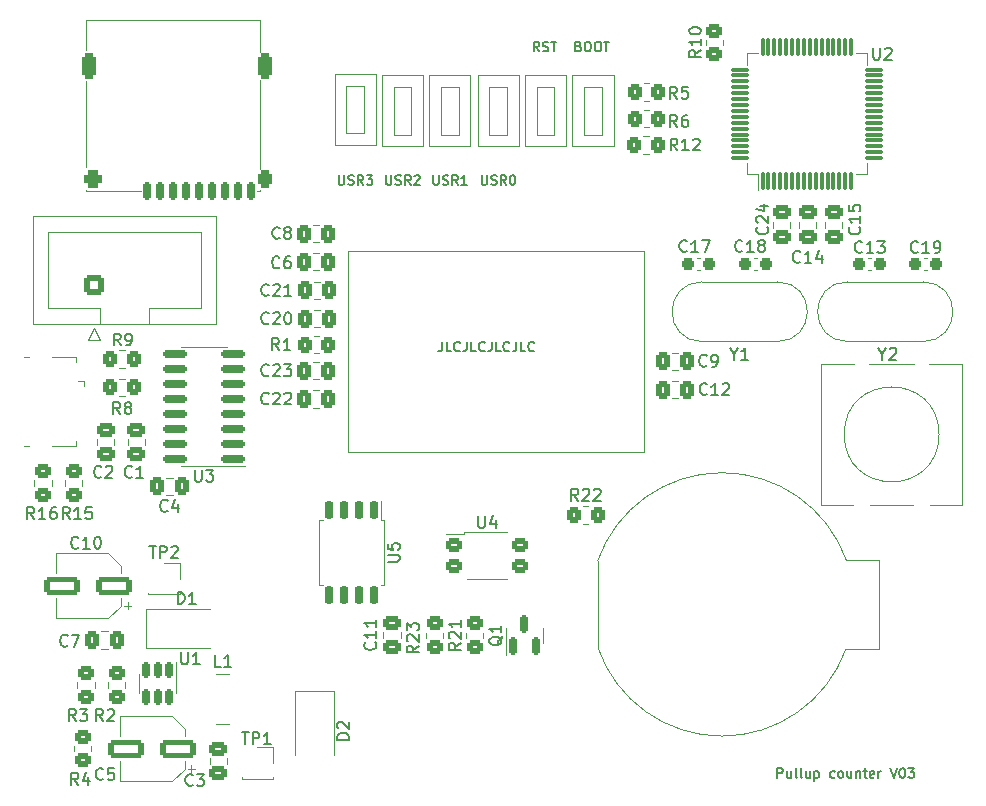
<source format=gto>
G04 #@! TF.GenerationSoftware,KiCad,Pcbnew,6.0.11*
G04 #@! TF.CreationDate,2023-02-08T13:55:15+01:00*
G04 #@! TF.ProjectId,pullup_counter_schematic,70756c6c-7570-45f6-936f-756e7465725f,1*
G04 #@! TF.SameCoordinates,Original*
G04 #@! TF.FileFunction,Legend,Top*
G04 #@! TF.FilePolarity,Positive*
%FSLAX46Y46*%
G04 Gerber Fmt 4.6, Leading zero omitted, Abs format (unit mm)*
G04 Created by KiCad (PCBNEW 6.0.11) date 2023-02-08 13:55:15*
%MOMM*%
%LPD*%
G01*
G04 APERTURE LIST*
G04 Aperture macros list*
%AMRoundRect*
0 Rectangle with rounded corners*
0 $1 Rounding radius*
0 $2 $3 $4 $5 $6 $7 $8 $9 X,Y pos of 4 corners*
0 Add a 4 corners polygon primitive as box body*
4,1,4,$2,$3,$4,$5,$6,$7,$8,$9,$2,$3,0*
0 Add four circle primitives for the rounded corners*
1,1,$1+$1,$2,$3*
1,1,$1+$1,$4,$5*
1,1,$1+$1,$6,$7*
1,1,$1+$1,$8,$9*
0 Add four rect primitives between the rounded corners*
20,1,$1+$1,$2,$3,$4,$5,0*
20,1,$1+$1,$4,$5,$6,$7,0*
20,1,$1+$1,$6,$7,$8,$9,0*
20,1,$1+$1,$8,$9,$2,$3,0*%
G04 Aperture macros list end*
%ADD10C,0.152400*%
%ADD11C,0.150000*%
%ADD12C,0.120000*%
%ADD13R,1.350000X0.400000*%
%ADD14O,0.950000X1.250000*%
%ADD15R,1.550000X1.200000*%
%ADD16O,1.550000X0.890000*%
%ADD17R,1.550000X1.500000*%
%ADD18RoundRect,0.250000X0.600000X-0.600000X0.600000X0.600000X-0.600000X0.600000X-0.600000X-0.600000X0*%
%ADD19C,1.700000*%
%ADD20C,3.200000*%
%ADD21RoundRect,0.250000X0.337500X0.475000X-0.337500X0.475000X-0.337500X-0.475000X0.337500X-0.475000X0*%
%ADD22RoundRect,0.250000X0.450000X-0.350000X0.450000X0.350000X-0.450000X0.350000X-0.450000X-0.350000X0*%
%ADD23C,1.500000*%
%ADD24R,1.700000X1.700000*%
%ADD25R,1.750000X4.500000*%
%ADD26R,0.600000X1.500000*%
%ADD27RoundRect,0.150000X0.150000X-0.587500X0.150000X0.587500X-0.150000X0.587500X-0.150000X-0.587500X0*%
%ADD28RoundRect,0.250000X-0.450000X0.350000X-0.450000X-0.350000X0.450000X-0.350000X0.450000X0.350000X0*%
%ADD29RoundRect,0.075000X0.075000X-0.700000X0.075000X0.700000X-0.075000X0.700000X-0.075000X-0.700000X0*%
%ADD30RoundRect,0.075000X0.700000X-0.075000X0.700000X0.075000X-0.700000X0.075000X-0.700000X-0.075000X0*%
%ADD31RoundRect,0.250000X0.350000X0.450000X-0.350000X0.450000X-0.350000X-0.450000X0.350000X-0.450000X0*%
%ADD32RoundRect,0.237500X-0.300000X-0.237500X0.300000X-0.237500X0.300000X0.237500X-0.300000X0.237500X0*%
%ADD33RoundRect,0.250000X-0.475000X0.337500X-0.475000X-0.337500X0.475000X-0.337500X0.475000X0.337500X0*%
%ADD34RoundRect,0.250000X1.250000X0.550000X-1.250000X0.550000X-1.250000X-0.550000X1.250000X-0.550000X0*%
%ADD35RoundRect,0.150000X0.825000X0.150000X-0.825000X0.150000X-0.825000X-0.150000X0.825000X-0.150000X0*%
%ADD36RoundRect,0.237500X0.300000X0.237500X-0.300000X0.237500X-0.300000X-0.237500X0.300000X-0.237500X0*%
%ADD37RoundRect,0.250000X-0.350000X-0.450000X0.350000X-0.450000X0.350000X0.450000X-0.350000X0.450000X0*%
%ADD38RoundRect,0.250000X0.475000X-0.337500X0.475000X0.337500X-0.475000X0.337500X-0.475000X-0.337500X0*%
%ADD39C,2.000000*%
%ADD40R,1.800000X2.500000*%
%ADD41RoundRect,0.150000X-0.150000X0.512500X-0.150000X-0.512500X0.150000X-0.512500X0.150000X0.512500X0*%
%ADD42RoundRect,0.150000X-0.150000X0.650000X-0.150000X-0.650000X0.150000X-0.650000X0.150000X0.650000X0*%
%ADD43RoundRect,0.300000X0.300000X0.450000X-0.300000X0.450000X-0.300000X-0.450000X0.300000X-0.450000X0*%
%ADD44RoundRect,0.300000X0.300000X0.800000X-0.300000X0.800000X-0.300000X-0.800000X0.300000X-0.800000X0*%
%ADD45RoundRect,0.375000X0.425000X0.375000X-0.425000X0.375000X-0.425000X-0.375000X0.425000X-0.375000X0*%
%ADD46RoundRect,0.175000X0.175000X0.625000X-0.175000X0.625000X-0.175000X-0.625000X0.175000X-0.625000X0*%
%ADD47R,2.500000X1.800000*%
%ADD48C,1.524000*%
%ADD49RoundRect,0.240000X-0.460000X0.360000X-0.460000X-0.360000X0.460000X-0.360000X0.460000X0.360000X0*%
G04 APERTURE END LIST*
D10*
X136445638Y-62154895D02*
X136445638Y-62735466D01*
X136406933Y-62851580D01*
X136329523Y-62928990D01*
X136213409Y-62967695D01*
X136136000Y-62967695D01*
X137219733Y-62967695D02*
X136832685Y-62967695D01*
X136832685Y-62154895D01*
X137955123Y-62890285D02*
X137916419Y-62928990D01*
X137800304Y-62967695D01*
X137722895Y-62967695D01*
X137606780Y-62928990D01*
X137529371Y-62851580D01*
X137490666Y-62774171D01*
X137451961Y-62619352D01*
X137451961Y-62503238D01*
X137490666Y-62348419D01*
X137529371Y-62271009D01*
X137606780Y-62193600D01*
X137722895Y-62154895D01*
X137800304Y-62154895D01*
X137916419Y-62193600D01*
X137955123Y-62232304D01*
X138535695Y-62154895D02*
X138535695Y-62735466D01*
X138496990Y-62851580D01*
X138419580Y-62928990D01*
X138303466Y-62967695D01*
X138226057Y-62967695D01*
X139309790Y-62967695D02*
X138922742Y-62967695D01*
X138922742Y-62154895D01*
X140045180Y-62890285D02*
X140006476Y-62928990D01*
X139890361Y-62967695D01*
X139812952Y-62967695D01*
X139696838Y-62928990D01*
X139619428Y-62851580D01*
X139580723Y-62774171D01*
X139542019Y-62619352D01*
X139542019Y-62503238D01*
X139580723Y-62348419D01*
X139619428Y-62271009D01*
X139696838Y-62193600D01*
X139812952Y-62154895D01*
X139890361Y-62154895D01*
X140006476Y-62193600D01*
X140045180Y-62232304D01*
X140625752Y-62154895D02*
X140625752Y-62735466D01*
X140587047Y-62851580D01*
X140509638Y-62928990D01*
X140393523Y-62967695D01*
X140316114Y-62967695D01*
X141399847Y-62967695D02*
X141012800Y-62967695D01*
X141012800Y-62154895D01*
X142135238Y-62890285D02*
X142096533Y-62928990D01*
X141980419Y-62967695D01*
X141903009Y-62967695D01*
X141786895Y-62928990D01*
X141709485Y-62851580D01*
X141670780Y-62774171D01*
X141632076Y-62619352D01*
X141632076Y-62503238D01*
X141670780Y-62348419D01*
X141709485Y-62271009D01*
X141786895Y-62193600D01*
X141903009Y-62154895D01*
X141980419Y-62154895D01*
X142096533Y-62193600D01*
X142135238Y-62232304D01*
X142715809Y-62154895D02*
X142715809Y-62735466D01*
X142677104Y-62851580D01*
X142599695Y-62928990D01*
X142483580Y-62967695D01*
X142406171Y-62967695D01*
X143489904Y-62967695D02*
X143102857Y-62967695D01*
X143102857Y-62154895D01*
X144225295Y-62890285D02*
X144186590Y-62928990D01*
X144070476Y-62967695D01*
X143993066Y-62967695D01*
X143876952Y-62928990D01*
X143799542Y-62851580D01*
X143760838Y-62774171D01*
X143722133Y-62619352D01*
X143722133Y-62503238D01*
X143760838Y-62348419D01*
X143799542Y-62271009D01*
X143876952Y-62193600D01*
X143993066Y-62154895D01*
X144070476Y-62154895D01*
X144186590Y-62193600D01*
X144225295Y-62232304D01*
X164832990Y-99067695D02*
X164832990Y-98254895D01*
X165142628Y-98254895D01*
X165220038Y-98293600D01*
X165258742Y-98332304D01*
X165297447Y-98409714D01*
X165297447Y-98525828D01*
X165258742Y-98603238D01*
X165220038Y-98641942D01*
X165142628Y-98680647D01*
X164832990Y-98680647D01*
X165994133Y-98525828D02*
X165994133Y-99067695D01*
X165645790Y-98525828D02*
X165645790Y-98951580D01*
X165684495Y-99028990D01*
X165761904Y-99067695D01*
X165878019Y-99067695D01*
X165955428Y-99028990D01*
X165994133Y-98990285D01*
X166497295Y-99067695D02*
X166419885Y-99028990D01*
X166381180Y-98951580D01*
X166381180Y-98254895D01*
X166923047Y-99067695D02*
X166845638Y-99028990D01*
X166806933Y-98951580D01*
X166806933Y-98254895D01*
X167581028Y-98525828D02*
X167581028Y-99067695D01*
X167232685Y-98525828D02*
X167232685Y-98951580D01*
X167271390Y-99028990D01*
X167348800Y-99067695D01*
X167464914Y-99067695D01*
X167542323Y-99028990D01*
X167581028Y-98990285D01*
X167968076Y-98525828D02*
X167968076Y-99338628D01*
X167968076Y-98564533D02*
X168045485Y-98525828D01*
X168200304Y-98525828D01*
X168277714Y-98564533D01*
X168316419Y-98603238D01*
X168355123Y-98680647D01*
X168355123Y-98912876D01*
X168316419Y-98990285D01*
X168277714Y-99028990D01*
X168200304Y-99067695D01*
X168045485Y-99067695D01*
X167968076Y-99028990D01*
X169671085Y-99028990D02*
X169593676Y-99067695D01*
X169438857Y-99067695D01*
X169361447Y-99028990D01*
X169322742Y-98990285D01*
X169284038Y-98912876D01*
X169284038Y-98680647D01*
X169322742Y-98603238D01*
X169361447Y-98564533D01*
X169438857Y-98525828D01*
X169593676Y-98525828D01*
X169671085Y-98564533D01*
X170135542Y-99067695D02*
X170058133Y-99028990D01*
X170019428Y-98990285D01*
X169980723Y-98912876D01*
X169980723Y-98680647D01*
X170019428Y-98603238D01*
X170058133Y-98564533D01*
X170135542Y-98525828D01*
X170251657Y-98525828D01*
X170329066Y-98564533D01*
X170367771Y-98603238D01*
X170406476Y-98680647D01*
X170406476Y-98912876D01*
X170367771Y-98990285D01*
X170329066Y-99028990D01*
X170251657Y-99067695D01*
X170135542Y-99067695D01*
X171103161Y-98525828D02*
X171103161Y-99067695D01*
X170754819Y-98525828D02*
X170754819Y-98951580D01*
X170793523Y-99028990D01*
X170870933Y-99067695D01*
X170987047Y-99067695D01*
X171064457Y-99028990D01*
X171103161Y-98990285D01*
X171490209Y-98525828D02*
X171490209Y-99067695D01*
X171490209Y-98603238D02*
X171528914Y-98564533D01*
X171606323Y-98525828D01*
X171722438Y-98525828D01*
X171799847Y-98564533D01*
X171838552Y-98641942D01*
X171838552Y-99067695D01*
X172109485Y-98525828D02*
X172419123Y-98525828D01*
X172225600Y-98254895D02*
X172225600Y-98951580D01*
X172264304Y-99028990D01*
X172341714Y-99067695D01*
X172419123Y-99067695D01*
X172999695Y-99028990D02*
X172922285Y-99067695D01*
X172767466Y-99067695D01*
X172690057Y-99028990D01*
X172651352Y-98951580D01*
X172651352Y-98641942D01*
X172690057Y-98564533D01*
X172767466Y-98525828D01*
X172922285Y-98525828D01*
X172999695Y-98564533D01*
X173038400Y-98641942D01*
X173038400Y-98719352D01*
X172651352Y-98796761D01*
X173386742Y-99067695D02*
X173386742Y-98525828D01*
X173386742Y-98680647D02*
X173425447Y-98603238D01*
X173464152Y-98564533D01*
X173541561Y-98525828D01*
X173618971Y-98525828D01*
X174393066Y-98254895D02*
X174664000Y-99067695D01*
X174934933Y-98254895D01*
X175360685Y-98254895D02*
X175438095Y-98254895D01*
X175515504Y-98293600D01*
X175554209Y-98332304D01*
X175592914Y-98409714D01*
X175631619Y-98564533D01*
X175631619Y-98758057D01*
X175592914Y-98912876D01*
X175554209Y-98990285D01*
X175515504Y-99028990D01*
X175438095Y-99067695D01*
X175360685Y-99067695D01*
X175283276Y-99028990D01*
X175244571Y-98990285D01*
X175205866Y-98912876D01*
X175167161Y-98758057D01*
X175167161Y-98564533D01*
X175205866Y-98409714D01*
X175244571Y-98332304D01*
X175283276Y-98293600D01*
X175360685Y-98254895D01*
X175902552Y-98254895D02*
X176405714Y-98254895D01*
X176134780Y-98564533D01*
X176250895Y-98564533D01*
X176328304Y-98603238D01*
X176367009Y-98641942D01*
X176405714Y-98719352D01*
X176405714Y-98912876D01*
X176367009Y-98990285D01*
X176328304Y-99028990D01*
X176250895Y-99067695D01*
X176018666Y-99067695D01*
X175941257Y-99028990D01*
X175902552Y-98990285D01*
X131682276Y-48054895D02*
X131682276Y-48712876D01*
X131720980Y-48790285D01*
X131759685Y-48828990D01*
X131837095Y-48867695D01*
X131991914Y-48867695D01*
X132069323Y-48828990D01*
X132108028Y-48790285D01*
X132146733Y-48712876D01*
X132146733Y-48054895D01*
X132495076Y-48828990D02*
X132611190Y-48867695D01*
X132804714Y-48867695D01*
X132882123Y-48828990D01*
X132920828Y-48790285D01*
X132959533Y-48712876D01*
X132959533Y-48635466D01*
X132920828Y-48558057D01*
X132882123Y-48519352D01*
X132804714Y-48480647D01*
X132649895Y-48441942D01*
X132572485Y-48403238D01*
X132533780Y-48364533D01*
X132495076Y-48287123D01*
X132495076Y-48209714D01*
X132533780Y-48132304D01*
X132572485Y-48093600D01*
X132649895Y-48054895D01*
X132843419Y-48054895D01*
X132959533Y-48093600D01*
X133772333Y-48867695D02*
X133501400Y-48480647D01*
X133307876Y-48867695D02*
X133307876Y-48054895D01*
X133617514Y-48054895D01*
X133694923Y-48093600D01*
X133733628Y-48132304D01*
X133772333Y-48209714D01*
X133772333Y-48325828D01*
X133733628Y-48403238D01*
X133694923Y-48441942D01*
X133617514Y-48480647D01*
X133307876Y-48480647D01*
X134081971Y-48132304D02*
X134120676Y-48093600D01*
X134198085Y-48054895D01*
X134391609Y-48054895D01*
X134469019Y-48093600D01*
X134507723Y-48132304D01*
X134546428Y-48209714D01*
X134546428Y-48287123D01*
X134507723Y-48403238D01*
X134043266Y-48867695D01*
X134546428Y-48867695D01*
X135682276Y-48054895D02*
X135682276Y-48712876D01*
X135720980Y-48790285D01*
X135759685Y-48828990D01*
X135837095Y-48867695D01*
X135991914Y-48867695D01*
X136069323Y-48828990D01*
X136108028Y-48790285D01*
X136146733Y-48712876D01*
X136146733Y-48054895D01*
X136495076Y-48828990D02*
X136611190Y-48867695D01*
X136804714Y-48867695D01*
X136882123Y-48828990D01*
X136920828Y-48790285D01*
X136959533Y-48712876D01*
X136959533Y-48635466D01*
X136920828Y-48558057D01*
X136882123Y-48519352D01*
X136804714Y-48480647D01*
X136649895Y-48441942D01*
X136572485Y-48403238D01*
X136533780Y-48364533D01*
X136495076Y-48287123D01*
X136495076Y-48209714D01*
X136533780Y-48132304D01*
X136572485Y-48093600D01*
X136649895Y-48054895D01*
X136843419Y-48054895D01*
X136959533Y-48093600D01*
X137772333Y-48867695D02*
X137501400Y-48480647D01*
X137307876Y-48867695D02*
X137307876Y-48054895D01*
X137617514Y-48054895D01*
X137694923Y-48093600D01*
X137733628Y-48132304D01*
X137772333Y-48209714D01*
X137772333Y-48325828D01*
X137733628Y-48403238D01*
X137694923Y-48441942D01*
X137617514Y-48480647D01*
X137307876Y-48480647D01*
X138546428Y-48867695D02*
X138081971Y-48867695D01*
X138314200Y-48867695D02*
X138314200Y-48054895D01*
X138236790Y-48171009D01*
X138159380Y-48248419D01*
X138081971Y-48287123D01*
X127682276Y-48054895D02*
X127682276Y-48712876D01*
X127720980Y-48790285D01*
X127759685Y-48828990D01*
X127837095Y-48867695D01*
X127991914Y-48867695D01*
X128069323Y-48828990D01*
X128108028Y-48790285D01*
X128146733Y-48712876D01*
X128146733Y-48054895D01*
X128495076Y-48828990D02*
X128611190Y-48867695D01*
X128804714Y-48867695D01*
X128882123Y-48828990D01*
X128920828Y-48790285D01*
X128959533Y-48712876D01*
X128959533Y-48635466D01*
X128920828Y-48558057D01*
X128882123Y-48519352D01*
X128804714Y-48480647D01*
X128649895Y-48441942D01*
X128572485Y-48403238D01*
X128533780Y-48364533D01*
X128495076Y-48287123D01*
X128495076Y-48209714D01*
X128533780Y-48132304D01*
X128572485Y-48093600D01*
X128649895Y-48054895D01*
X128843419Y-48054895D01*
X128959533Y-48093600D01*
X129772333Y-48867695D02*
X129501400Y-48480647D01*
X129307876Y-48867695D02*
X129307876Y-48054895D01*
X129617514Y-48054895D01*
X129694923Y-48093600D01*
X129733628Y-48132304D01*
X129772333Y-48209714D01*
X129772333Y-48325828D01*
X129733628Y-48403238D01*
X129694923Y-48441942D01*
X129617514Y-48480647D01*
X129307876Y-48480647D01*
X130043266Y-48054895D02*
X130546428Y-48054895D01*
X130275495Y-48364533D01*
X130391609Y-48364533D01*
X130469019Y-48403238D01*
X130507723Y-48441942D01*
X130546428Y-48519352D01*
X130546428Y-48712876D01*
X130507723Y-48790285D01*
X130469019Y-48828990D01*
X130391609Y-48867695D01*
X130159380Y-48867695D01*
X130081971Y-48828990D01*
X130043266Y-48790285D01*
X147996914Y-37141942D02*
X148113028Y-37180647D01*
X148151733Y-37219352D01*
X148190438Y-37296761D01*
X148190438Y-37412876D01*
X148151733Y-37490285D01*
X148113028Y-37528990D01*
X148035619Y-37567695D01*
X147725980Y-37567695D01*
X147725980Y-36754895D01*
X147996914Y-36754895D01*
X148074323Y-36793600D01*
X148113028Y-36832304D01*
X148151733Y-36909714D01*
X148151733Y-36987123D01*
X148113028Y-37064533D01*
X148074323Y-37103238D01*
X147996914Y-37141942D01*
X147725980Y-37141942D01*
X148693600Y-36754895D02*
X148848419Y-36754895D01*
X148925828Y-36793600D01*
X149003238Y-36871009D01*
X149041942Y-37025828D01*
X149041942Y-37296761D01*
X149003238Y-37451580D01*
X148925828Y-37528990D01*
X148848419Y-37567695D01*
X148693600Y-37567695D01*
X148616190Y-37528990D01*
X148538780Y-37451580D01*
X148500076Y-37296761D01*
X148500076Y-37025828D01*
X148538780Y-36871009D01*
X148616190Y-36793600D01*
X148693600Y-36754895D01*
X149545104Y-36754895D02*
X149699923Y-36754895D01*
X149777333Y-36793600D01*
X149854742Y-36871009D01*
X149893447Y-37025828D01*
X149893447Y-37296761D01*
X149854742Y-37451580D01*
X149777333Y-37528990D01*
X149699923Y-37567695D01*
X149545104Y-37567695D01*
X149467695Y-37528990D01*
X149390285Y-37451580D01*
X149351580Y-37296761D01*
X149351580Y-37025828D01*
X149390285Y-36871009D01*
X149467695Y-36793600D01*
X149545104Y-36754895D01*
X150125676Y-36754895D02*
X150590133Y-36754895D01*
X150357904Y-37567695D02*
X150357904Y-36754895D01*
X139782276Y-48054895D02*
X139782276Y-48712876D01*
X139820980Y-48790285D01*
X139859685Y-48828990D01*
X139937095Y-48867695D01*
X140091914Y-48867695D01*
X140169323Y-48828990D01*
X140208028Y-48790285D01*
X140246733Y-48712876D01*
X140246733Y-48054895D01*
X140595076Y-48828990D02*
X140711190Y-48867695D01*
X140904714Y-48867695D01*
X140982123Y-48828990D01*
X141020828Y-48790285D01*
X141059533Y-48712876D01*
X141059533Y-48635466D01*
X141020828Y-48558057D01*
X140982123Y-48519352D01*
X140904714Y-48480647D01*
X140749895Y-48441942D01*
X140672485Y-48403238D01*
X140633780Y-48364533D01*
X140595076Y-48287123D01*
X140595076Y-48209714D01*
X140633780Y-48132304D01*
X140672485Y-48093600D01*
X140749895Y-48054895D01*
X140943419Y-48054895D01*
X141059533Y-48093600D01*
X141872333Y-48867695D02*
X141601400Y-48480647D01*
X141407876Y-48867695D02*
X141407876Y-48054895D01*
X141717514Y-48054895D01*
X141794923Y-48093600D01*
X141833628Y-48132304D01*
X141872333Y-48209714D01*
X141872333Y-48325828D01*
X141833628Y-48403238D01*
X141794923Y-48441942D01*
X141717514Y-48480647D01*
X141407876Y-48480647D01*
X142375495Y-48054895D02*
X142452904Y-48054895D01*
X142530314Y-48093600D01*
X142569019Y-48132304D01*
X142607723Y-48209714D01*
X142646428Y-48364533D01*
X142646428Y-48558057D01*
X142607723Y-48712876D01*
X142569019Y-48790285D01*
X142530314Y-48828990D01*
X142452904Y-48867695D01*
X142375495Y-48867695D01*
X142298085Y-48828990D01*
X142259380Y-48790285D01*
X142220676Y-48712876D01*
X142181971Y-48558057D01*
X142181971Y-48364533D01*
X142220676Y-48209714D01*
X142259380Y-48132304D01*
X142298085Y-48093600D01*
X142375495Y-48054895D01*
X144654895Y-37567695D02*
X144383961Y-37180647D01*
X144190438Y-37567695D02*
X144190438Y-36754895D01*
X144500076Y-36754895D01*
X144577485Y-36793600D01*
X144616190Y-36832304D01*
X144654895Y-36909714D01*
X144654895Y-37025828D01*
X144616190Y-37103238D01*
X144577485Y-37141942D01*
X144500076Y-37180647D01*
X144190438Y-37180647D01*
X144964533Y-37528990D02*
X145080647Y-37567695D01*
X145274171Y-37567695D01*
X145351580Y-37528990D01*
X145390285Y-37490285D01*
X145428990Y-37412876D01*
X145428990Y-37335466D01*
X145390285Y-37258057D01*
X145351580Y-37219352D01*
X145274171Y-37180647D01*
X145119352Y-37141942D01*
X145041942Y-37103238D01*
X145003238Y-37064533D01*
X144964533Y-36987123D01*
X144964533Y-36909714D01*
X145003238Y-36832304D01*
X145041942Y-36793600D01*
X145119352Y-36754895D01*
X145312876Y-36754895D01*
X145428990Y-36793600D01*
X145661219Y-36754895D02*
X146125676Y-36754895D01*
X145893447Y-37567695D02*
X145893447Y-36754895D01*
D11*
X121757142Y-58157142D02*
X121709523Y-58204761D01*
X121566666Y-58252380D01*
X121471428Y-58252380D01*
X121328571Y-58204761D01*
X121233333Y-58109523D01*
X121185714Y-58014285D01*
X121138095Y-57823809D01*
X121138095Y-57680952D01*
X121185714Y-57490476D01*
X121233333Y-57395238D01*
X121328571Y-57300000D01*
X121471428Y-57252380D01*
X121566666Y-57252380D01*
X121709523Y-57300000D01*
X121757142Y-57347619D01*
X122138095Y-57347619D02*
X122185714Y-57300000D01*
X122280952Y-57252380D01*
X122519047Y-57252380D01*
X122614285Y-57300000D01*
X122661904Y-57347619D01*
X122709523Y-57442857D01*
X122709523Y-57538095D01*
X122661904Y-57680952D01*
X122090476Y-58252380D01*
X122709523Y-58252380D01*
X123661904Y-58252380D02*
X123090476Y-58252380D01*
X123376190Y-58252380D02*
X123376190Y-57252380D01*
X123280952Y-57395238D01*
X123185714Y-57490476D01*
X123090476Y-57538095D01*
X101907142Y-77152380D02*
X101573809Y-76676190D01*
X101335714Y-77152380D02*
X101335714Y-76152380D01*
X101716666Y-76152380D01*
X101811904Y-76200000D01*
X101859523Y-76247619D01*
X101907142Y-76342857D01*
X101907142Y-76485714D01*
X101859523Y-76580952D01*
X101811904Y-76628571D01*
X101716666Y-76676190D01*
X101335714Y-76676190D01*
X102859523Y-77152380D02*
X102288095Y-77152380D01*
X102573809Y-77152380D02*
X102573809Y-76152380D01*
X102478571Y-76295238D01*
X102383333Y-76390476D01*
X102288095Y-76438095D01*
X103716666Y-76152380D02*
X103526190Y-76152380D01*
X103430952Y-76200000D01*
X103383333Y-76247619D01*
X103288095Y-76390476D01*
X103240476Y-76580952D01*
X103240476Y-76961904D01*
X103288095Y-77057142D01*
X103335714Y-77104761D01*
X103430952Y-77152380D01*
X103621428Y-77152380D01*
X103716666Y-77104761D01*
X103764285Y-77057142D01*
X103811904Y-76961904D01*
X103811904Y-76723809D01*
X103764285Y-76628571D01*
X103716666Y-76580952D01*
X103621428Y-76533333D01*
X103430952Y-76533333D01*
X103335714Y-76580952D01*
X103288095Y-76628571D01*
X103240476Y-76723809D01*
X173723809Y-63176190D02*
X173723809Y-63652380D01*
X173390476Y-62652380D02*
X173723809Y-63176190D01*
X174057142Y-62652380D01*
X174342857Y-62747619D02*
X174390476Y-62700000D01*
X174485714Y-62652380D01*
X174723809Y-62652380D01*
X174819047Y-62700000D01*
X174866666Y-62747619D01*
X174914285Y-62842857D01*
X174914285Y-62938095D01*
X174866666Y-63080952D01*
X174295238Y-63652380D01*
X174914285Y-63652380D01*
X119488095Y-95202380D02*
X120059523Y-95202380D01*
X119773809Y-96202380D02*
X119773809Y-95202380D01*
X120392857Y-96202380D02*
X120392857Y-95202380D01*
X120773809Y-95202380D01*
X120869047Y-95250000D01*
X120916666Y-95297619D01*
X120964285Y-95392857D01*
X120964285Y-95535714D01*
X120916666Y-95630952D01*
X120869047Y-95678571D01*
X120773809Y-95726190D01*
X120392857Y-95726190D01*
X121916666Y-96202380D02*
X121345238Y-96202380D01*
X121630952Y-96202380D02*
X121630952Y-95202380D01*
X121535714Y-95345238D01*
X121440476Y-95440476D01*
X121345238Y-95488095D01*
X117708333Y-89652380D02*
X117232142Y-89652380D01*
X117232142Y-88652380D01*
X118565476Y-89652380D02*
X117994047Y-89652380D01*
X118279761Y-89652380D02*
X118279761Y-88652380D01*
X118184523Y-88795238D01*
X118089285Y-88890476D01*
X117994047Y-88938095D01*
X158857142Y-66557142D02*
X158809523Y-66604761D01*
X158666666Y-66652380D01*
X158571428Y-66652380D01*
X158428571Y-66604761D01*
X158333333Y-66509523D01*
X158285714Y-66414285D01*
X158238095Y-66223809D01*
X158238095Y-66080952D01*
X158285714Y-65890476D01*
X158333333Y-65795238D01*
X158428571Y-65700000D01*
X158571428Y-65652380D01*
X158666666Y-65652380D01*
X158809523Y-65700000D01*
X158857142Y-65747619D01*
X159809523Y-66652380D02*
X159238095Y-66652380D01*
X159523809Y-66652380D02*
X159523809Y-65652380D01*
X159428571Y-65795238D01*
X159333333Y-65890476D01*
X159238095Y-65938095D01*
X160190476Y-65747619D02*
X160238095Y-65700000D01*
X160333333Y-65652380D01*
X160571428Y-65652380D01*
X160666666Y-65700000D01*
X160714285Y-65747619D01*
X160761904Y-65842857D01*
X160761904Y-65938095D01*
X160714285Y-66080952D01*
X160142857Y-66652380D01*
X160761904Y-66652380D01*
X111638095Y-79452380D02*
X112209523Y-79452380D01*
X111923809Y-80452380D02*
X111923809Y-79452380D01*
X112542857Y-80452380D02*
X112542857Y-79452380D01*
X112923809Y-79452380D01*
X113019047Y-79500000D01*
X113066666Y-79547619D01*
X113114285Y-79642857D01*
X113114285Y-79785714D01*
X113066666Y-79880952D01*
X113019047Y-79928571D01*
X112923809Y-79976190D01*
X112542857Y-79976190D01*
X113495238Y-79547619D02*
X113542857Y-79500000D01*
X113638095Y-79452380D01*
X113876190Y-79452380D01*
X113971428Y-79500000D01*
X114019047Y-79547619D01*
X114066666Y-79642857D01*
X114066666Y-79738095D01*
X114019047Y-79880952D01*
X113447619Y-80452380D01*
X114066666Y-80452380D01*
X141547619Y-87095238D02*
X141500000Y-87190476D01*
X141404761Y-87285714D01*
X141261904Y-87428571D01*
X141214285Y-87523809D01*
X141214285Y-87619047D01*
X141452380Y-87571428D02*
X141404761Y-87666666D01*
X141309523Y-87761904D01*
X141119047Y-87809523D01*
X140785714Y-87809523D01*
X140595238Y-87761904D01*
X140500000Y-87666666D01*
X140452380Y-87571428D01*
X140452380Y-87380952D01*
X140500000Y-87285714D01*
X140595238Y-87190476D01*
X140785714Y-87142857D01*
X141119047Y-87142857D01*
X141309523Y-87190476D01*
X141404761Y-87285714D01*
X141452380Y-87380952D01*
X141452380Y-87571428D01*
X141452380Y-86190476D02*
X141452380Y-86761904D01*
X141452380Y-86476190D02*
X140452380Y-86476190D01*
X140595238Y-86571428D01*
X140690476Y-86666666D01*
X140738095Y-86761904D01*
X104907142Y-77152380D02*
X104573809Y-76676190D01*
X104335714Y-77152380D02*
X104335714Y-76152380D01*
X104716666Y-76152380D01*
X104811904Y-76200000D01*
X104859523Y-76247619D01*
X104907142Y-76342857D01*
X104907142Y-76485714D01*
X104859523Y-76580952D01*
X104811904Y-76628571D01*
X104716666Y-76676190D01*
X104335714Y-76676190D01*
X105859523Y-77152380D02*
X105288095Y-77152380D01*
X105573809Y-77152380D02*
X105573809Y-76152380D01*
X105478571Y-76295238D01*
X105383333Y-76390476D01*
X105288095Y-76438095D01*
X106764285Y-76152380D02*
X106288095Y-76152380D01*
X106240476Y-76628571D01*
X106288095Y-76580952D01*
X106383333Y-76533333D01*
X106621428Y-76533333D01*
X106716666Y-76580952D01*
X106764285Y-76628571D01*
X106811904Y-76723809D01*
X106811904Y-76961904D01*
X106764285Y-77057142D01*
X106716666Y-77104761D01*
X106621428Y-77152380D01*
X106383333Y-77152380D01*
X106288095Y-77104761D01*
X106240476Y-77057142D01*
X172938095Y-37252380D02*
X172938095Y-38061904D01*
X172985714Y-38157142D01*
X173033333Y-38204761D01*
X173128571Y-38252380D01*
X173319047Y-38252380D01*
X173414285Y-38204761D01*
X173461904Y-38157142D01*
X173509523Y-38061904D01*
X173509523Y-37252380D01*
X173938095Y-37347619D02*
X173985714Y-37300000D01*
X174080952Y-37252380D01*
X174319047Y-37252380D01*
X174414285Y-37300000D01*
X174461904Y-37347619D01*
X174509523Y-37442857D01*
X174509523Y-37538095D01*
X174461904Y-37680952D01*
X173890476Y-38252380D01*
X174509523Y-38252380D01*
X156357142Y-45952380D02*
X156023809Y-45476190D01*
X155785714Y-45952380D02*
X155785714Y-44952380D01*
X156166666Y-44952380D01*
X156261904Y-45000000D01*
X156309523Y-45047619D01*
X156357142Y-45142857D01*
X156357142Y-45285714D01*
X156309523Y-45380952D01*
X156261904Y-45428571D01*
X156166666Y-45476190D01*
X155785714Y-45476190D01*
X157309523Y-45952380D02*
X156738095Y-45952380D01*
X157023809Y-45952380D02*
X157023809Y-44952380D01*
X156928571Y-45095238D01*
X156833333Y-45190476D01*
X156738095Y-45238095D01*
X157690476Y-45047619D02*
X157738095Y-45000000D01*
X157833333Y-44952380D01*
X158071428Y-44952380D01*
X158166666Y-45000000D01*
X158214285Y-45047619D01*
X158261904Y-45142857D01*
X158261904Y-45238095D01*
X158214285Y-45380952D01*
X157642857Y-45952380D01*
X158261904Y-45952380D01*
X156333333Y-41552380D02*
X156000000Y-41076190D01*
X155761904Y-41552380D02*
X155761904Y-40552380D01*
X156142857Y-40552380D01*
X156238095Y-40600000D01*
X156285714Y-40647619D01*
X156333333Y-40742857D01*
X156333333Y-40885714D01*
X156285714Y-40980952D01*
X156238095Y-41028571D01*
X156142857Y-41076190D01*
X155761904Y-41076190D01*
X157238095Y-40552380D02*
X156761904Y-40552380D01*
X156714285Y-41028571D01*
X156761904Y-40980952D01*
X156857142Y-40933333D01*
X157095238Y-40933333D01*
X157190476Y-40980952D01*
X157238095Y-41028571D01*
X157285714Y-41123809D01*
X157285714Y-41361904D01*
X157238095Y-41457142D01*
X157190476Y-41504761D01*
X157095238Y-41552380D01*
X156857142Y-41552380D01*
X156761904Y-41504761D01*
X156714285Y-41457142D01*
X176719642Y-54527142D02*
X176672023Y-54574761D01*
X176529166Y-54622380D01*
X176433928Y-54622380D01*
X176291071Y-54574761D01*
X176195833Y-54479523D01*
X176148214Y-54384285D01*
X176100595Y-54193809D01*
X176100595Y-54050952D01*
X176148214Y-53860476D01*
X176195833Y-53765238D01*
X176291071Y-53670000D01*
X176433928Y-53622380D01*
X176529166Y-53622380D01*
X176672023Y-53670000D01*
X176719642Y-53717619D01*
X177672023Y-54622380D02*
X177100595Y-54622380D01*
X177386309Y-54622380D02*
X177386309Y-53622380D01*
X177291071Y-53765238D01*
X177195833Y-53860476D01*
X177100595Y-53908095D01*
X178148214Y-54622380D02*
X178338690Y-54622380D01*
X178433928Y-54574761D01*
X178481547Y-54527142D01*
X178576785Y-54384285D01*
X178624404Y-54193809D01*
X178624404Y-53812857D01*
X178576785Y-53717619D01*
X178529166Y-53670000D01*
X178433928Y-53622380D01*
X178243452Y-53622380D01*
X178148214Y-53670000D01*
X178100595Y-53717619D01*
X178052976Y-53812857D01*
X178052976Y-54050952D01*
X178100595Y-54146190D01*
X178148214Y-54193809D01*
X178243452Y-54241428D01*
X178433928Y-54241428D01*
X178529166Y-54193809D01*
X178576785Y-54146190D01*
X178624404Y-54050952D01*
X121757142Y-64957142D02*
X121709523Y-65004761D01*
X121566666Y-65052380D01*
X121471428Y-65052380D01*
X121328571Y-65004761D01*
X121233333Y-64909523D01*
X121185714Y-64814285D01*
X121138095Y-64623809D01*
X121138095Y-64480952D01*
X121185714Y-64290476D01*
X121233333Y-64195238D01*
X121328571Y-64100000D01*
X121471428Y-64052380D01*
X121566666Y-64052380D01*
X121709523Y-64100000D01*
X121757142Y-64147619D01*
X122138095Y-64147619D02*
X122185714Y-64100000D01*
X122280952Y-64052380D01*
X122519047Y-64052380D01*
X122614285Y-64100000D01*
X122661904Y-64147619D01*
X122709523Y-64242857D01*
X122709523Y-64338095D01*
X122661904Y-64480952D01*
X122090476Y-65052380D01*
X122709523Y-65052380D01*
X123042857Y-64052380D02*
X123661904Y-64052380D01*
X123328571Y-64433333D01*
X123471428Y-64433333D01*
X123566666Y-64480952D01*
X123614285Y-64528571D01*
X123661904Y-64623809D01*
X123661904Y-64861904D01*
X123614285Y-64957142D01*
X123566666Y-65004761D01*
X123471428Y-65052380D01*
X123185714Y-65052380D01*
X123090476Y-65004761D01*
X123042857Y-64957142D01*
X166757142Y-55357142D02*
X166709523Y-55404761D01*
X166566666Y-55452380D01*
X166471428Y-55452380D01*
X166328571Y-55404761D01*
X166233333Y-55309523D01*
X166185714Y-55214285D01*
X166138095Y-55023809D01*
X166138095Y-54880952D01*
X166185714Y-54690476D01*
X166233333Y-54595238D01*
X166328571Y-54500000D01*
X166471428Y-54452380D01*
X166566666Y-54452380D01*
X166709523Y-54500000D01*
X166757142Y-54547619D01*
X167709523Y-55452380D02*
X167138095Y-55452380D01*
X167423809Y-55452380D02*
X167423809Y-54452380D01*
X167328571Y-54595238D01*
X167233333Y-54690476D01*
X167138095Y-54738095D01*
X168566666Y-54785714D02*
X168566666Y-55452380D01*
X168328571Y-54404761D02*
X168090476Y-55119047D01*
X168709523Y-55119047D01*
X107733333Y-99157142D02*
X107685714Y-99204761D01*
X107542857Y-99252380D01*
X107447619Y-99252380D01*
X107304761Y-99204761D01*
X107209523Y-99109523D01*
X107161904Y-99014285D01*
X107114285Y-98823809D01*
X107114285Y-98680952D01*
X107161904Y-98490476D01*
X107209523Y-98395238D01*
X107304761Y-98300000D01*
X107447619Y-98252380D01*
X107542857Y-98252380D01*
X107685714Y-98300000D01*
X107733333Y-98347619D01*
X108638095Y-98252380D02*
X108161904Y-98252380D01*
X108114285Y-98728571D01*
X108161904Y-98680952D01*
X108257142Y-98633333D01*
X108495238Y-98633333D01*
X108590476Y-98680952D01*
X108638095Y-98728571D01*
X108685714Y-98823809D01*
X108685714Y-99061904D01*
X108638095Y-99157142D01*
X108590476Y-99204761D01*
X108495238Y-99252380D01*
X108257142Y-99252380D01*
X108161904Y-99204761D01*
X108114285Y-99157142D01*
X115513095Y-72987380D02*
X115513095Y-73796904D01*
X115560714Y-73892142D01*
X115608333Y-73939761D01*
X115703571Y-73987380D01*
X115894047Y-73987380D01*
X115989285Y-73939761D01*
X116036904Y-73892142D01*
X116084523Y-73796904D01*
X116084523Y-72987380D01*
X116465476Y-72987380D02*
X117084523Y-72987380D01*
X116751190Y-73368333D01*
X116894047Y-73368333D01*
X116989285Y-73415952D01*
X117036904Y-73463571D01*
X117084523Y-73558809D01*
X117084523Y-73796904D01*
X117036904Y-73892142D01*
X116989285Y-73939761D01*
X116894047Y-73987380D01*
X116608333Y-73987380D01*
X116513095Y-73939761D01*
X116465476Y-73892142D01*
X105657142Y-79557142D02*
X105609523Y-79604761D01*
X105466666Y-79652380D01*
X105371428Y-79652380D01*
X105228571Y-79604761D01*
X105133333Y-79509523D01*
X105085714Y-79414285D01*
X105038095Y-79223809D01*
X105038095Y-79080952D01*
X105085714Y-78890476D01*
X105133333Y-78795238D01*
X105228571Y-78700000D01*
X105371428Y-78652380D01*
X105466666Y-78652380D01*
X105609523Y-78700000D01*
X105657142Y-78747619D01*
X106609523Y-79652380D02*
X106038095Y-79652380D01*
X106323809Y-79652380D02*
X106323809Y-78652380D01*
X106228571Y-78795238D01*
X106133333Y-78890476D01*
X106038095Y-78938095D01*
X107228571Y-78652380D02*
X107323809Y-78652380D01*
X107419047Y-78700000D01*
X107466666Y-78747619D01*
X107514285Y-78842857D01*
X107561904Y-79033333D01*
X107561904Y-79271428D01*
X107514285Y-79461904D01*
X107466666Y-79557142D01*
X107419047Y-79604761D01*
X107323809Y-79652380D01*
X107228571Y-79652380D01*
X107133333Y-79604761D01*
X107085714Y-79557142D01*
X107038095Y-79461904D01*
X106990476Y-79271428D01*
X106990476Y-79033333D01*
X107038095Y-78842857D01*
X107085714Y-78747619D01*
X107133333Y-78700000D01*
X107228571Y-78652380D01*
X156333333Y-43952380D02*
X156000000Y-43476190D01*
X155761904Y-43952380D02*
X155761904Y-42952380D01*
X156142857Y-42952380D01*
X156238095Y-43000000D01*
X156285714Y-43047619D01*
X156333333Y-43142857D01*
X156333333Y-43285714D01*
X156285714Y-43380952D01*
X156238095Y-43428571D01*
X156142857Y-43476190D01*
X155761904Y-43476190D01*
X157190476Y-42952380D02*
X157000000Y-42952380D01*
X156904761Y-43000000D01*
X156857142Y-43047619D01*
X156761904Y-43190476D01*
X156714285Y-43380952D01*
X156714285Y-43761904D01*
X156761904Y-43857142D01*
X156809523Y-43904761D01*
X156904761Y-43952380D01*
X157095238Y-43952380D01*
X157190476Y-43904761D01*
X157238095Y-43857142D01*
X157285714Y-43761904D01*
X157285714Y-43523809D01*
X157238095Y-43428571D01*
X157190476Y-43380952D01*
X157095238Y-43333333D01*
X156904761Y-43333333D01*
X156809523Y-43380952D01*
X156761904Y-43428571D01*
X156714285Y-43523809D01*
X122633333Y-62852380D02*
X122300000Y-62376190D01*
X122061904Y-62852380D02*
X122061904Y-61852380D01*
X122442857Y-61852380D01*
X122538095Y-61900000D01*
X122585714Y-61947619D01*
X122633333Y-62042857D01*
X122633333Y-62185714D01*
X122585714Y-62280952D01*
X122538095Y-62328571D01*
X122442857Y-62376190D01*
X122061904Y-62376190D01*
X123585714Y-62852380D02*
X123014285Y-62852380D01*
X123300000Y-62852380D02*
X123300000Y-61852380D01*
X123204761Y-61995238D01*
X123109523Y-62090476D01*
X123014285Y-62138095D01*
X105433333Y-94252380D02*
X105100000Y-93776190D01*
X104861904Y-94252380D02*
X104861904Y-93252380D01*
X105242857Y-93252380D01*
X105338095Y-93300000D01*
X105385714Y-93347619D01*
X105433333Y-93442857D01*
X105433333Y-93585714D01*
X105385714Y-93680952D01*
X105338095Y-93728571D01*
X105242857Y-93776190D01*
X104861904Y-93776190D01*
X105766666Y-93252380D02*
X106385714Y-93252380D01*
X106052380Y-93633333D01*
X106195238Y-93633333D01*
X106290476Y-93680952D01*
X106338095Y-93728571D01*
X106385714Y-93823809D01*
X106385714Y-94061904D01*
X106338095Y-94157142D01*
X106290476Y-94204761D01*
X106195238Y-94252380D01*
X105909523Y-94252380D01*
X105814285Y-94204761D01*
X105766666Y-94157142D01*
X138002380Y-87642857D02*
X137526190Y-87976190D01*
X138002380Y-88214285D02*
X137002380Y-88214285D01*
X137002380Y-87833333D01*
X137050000Y-87738095D01*
X137097619Y-87690476D01*
X137192857Y-87642857D01*
X137335714Y-87642857D01*
X137430952Y-87690476D01*
X137478571Y-87738095D01*
X137526190Y-87833333D01*
X137526190Y-88214285D01*
X137097619Y-87261904D02*
X137050000Y-87214285D01*
X137002380Y-87119047D01*
X137002380Y-86880952D01*
X137050000Y-86785714D01*
X137097619Y-86738095D01*
X137192857Y-86690476D01*
X137288095Y-86690476D01*
X137430952Y-86738095D01*
X138002380Y-87309523D01*
X138002380Y-86690476D01*
X138002380Y-85738095D02*
X138002380Y-86309523D01*
X138002380Y-86023809D02*
X137002380Y-86023809D01*
X137145238Y-86119047D01*
X137240476Y-86214285D01*
X137288095Y-86309523D01*
X161857142Y-54457142D02*
X161809523Y-54504761D01*
X161666666Y-54552380D01*
X161571428Y-54552380D01*
X161428571Y-54504761D01*
X161333333Y-54409523D01*
X161285714Y-54314285D01*
X161238095Y-54123809D01*
X161238095Y-53980952D01*
X161285714Y-53790476D01*
X161333333Y-53695238D01*
X161428571Y-53600000D01*
X161571428Y-53552380D01*
X161666666Y-53552380D01*
X161809523Y-53600000D01*
X161857142Y-53647619D01*
X162809523Y-54552380D02*
X162238095Y-54552380D01*
X162523809Y-54552380D02*
X162523809Y-53552380D01*
X162428571Y-53695238D01*
X162333333Y-53790476D01*
X162238095Y-53838095D01*
X163380952Y-53980952D02*
X163285714Y-53933333D01*
X163238095Y-53885714D01*
X163190476Y-53790476D01*
X163190476Y-53742857D01*
X163238095Y-53647619D01*
X163285714Y-53600000D01*
X163380952Y-53552380D01*
X163571428Y-53552380D01*
X163666666Y-53600000D01*
X163714285Y-53647619D01*
X163761904Y-53742857D01*
X163761904Y-53790476D01*
X163714285Y-53885714D01*
X163666666Y-53933333D01*
X163571428Y-53980952D01*
X163380952Y-53980952D01*
X163285714Y-54028571D01*
X163238095Y-54076190D01*
X163190476Y-54171428D01*
X163190476Y-54361904D01*
X163238095Y-54457142D01*
X163285714Y-54504761D01*
X163380952Y-54552380D01*
X163571428Y-54552380D01*
X163666666Y-54504761D01*
X163714285Y-54457142D01*
X163761904Y-54361904D01*
X163761904Y-54171428D01*
X163714285Y-54076190D01*
X163666666Y-54028571D01*
X163571428Y-53980952D01*
X134452380Y-87869921D02*
X133976190Y-88203254D01*
X134452380Y-88441349D02*
X133452380Y-88441349D01*
X133452380Y-88060397D01*
X133500000Y-87965159D01*
X133547619Y-87917540D01*
X133642857Y-87869921D01*
X133785714Y-87869921D01*
X133880952Y-87917540D01*
X133928571Y-87965159D01*
X133976190Y-88060397D01*
X133976190Y-88441349D01*
X133547619Y-87488968D02*
X133500000Y-87441349D01*
X133452380Y-87346111D01*
X133452380Y-87108016D01*
X133500000Y-87012778D01*
X133547619Y-86965159D01*
X133642857Y-86917540D01*
X133738095Y-86917540D01*
X133880952Y-86965159D01*
X134452380Y-87536587D01*
X134452380Y-86917540D01*
X133452380Y-86584206D02*
X133452380Y-85965159D01*
X133833333Y-86298492D01*
X133833333Y-86155635D01*
X133880952Y-86060397D01*
X133928571Y-86012778D01*
X134023809Y-85965159D01*
X134261904Y-85965159D01*
X134357142Y-86012778D01*
X134404761Y-86060397D01*
X134452380Y-86155635D01*
X134452380Y-86441349D01*
X134404761Y-86536587D01*
X134357142Y-86584206D01*
X147957142Y-75602380D02*
X147623809Y-75126190D01*
X147385714Y-75602380D02*
X147385714Y-74602380D01*
X147766666Y-74602380D01*
X147861904Y-74650000D01*
X147909523Y-74697619D01*
X147957142Y-74792857D01*
X147957142Y-74935714D01*
X147909523Y-75030952D01*
X147861904Y-75078571D01*
X147766666Y-75126190D01*
X147385714Y-75126190D01*
X148338095Y-74697619D02*
X148385714Y-74650000D01*
X148480952Y-74602380D01*
X148719047Y-74602380D01*
X148814285Y-74650000D01*
X148861904Y-74697619D01*
X148909523Y-74792857D01*
X148909523Y-74888095D01*
X148861904Y-75030952D01*
X148290476Y-75602380D01*
X148909523Y-75602380D01*
X149290476Y-74697619D02*
X149338095Y-74650000D01*
X149433333Y-74602380D01*
X149671428Y-74602380D01*
X149766666Y-74650000D01*
X149814285Y-74697619D01*
X149861904Y-74792857D01*
X149861904Y-74888095D01*
X149814285Y-75030952D01*
X149242857Y-75602380D01*
X149861904Y-75602380D01*
X107583333Y-73557142D02*
X107535714Y-73604761D01*
X107392857Y-73652380D01*
X107297619Y-73652380D01*
X107154761Y-73604761D01*
X107059523Y-73509523D01*
X107011904Y-73414285D01*
X106964285Y-73223809D01*
X106964285Y-73080952D01*
X107011904Y-72890476D01*
X107059523Y-72795238D01*
X107154761Y-72700000D01*
X107297619Y-72652380D01*
X107392857Y-72652380D01*
X107535714Y-72700000D01*
X107583333Y-72747619D01*
X107964285Y-72747619D02*
X108011904Y-72700000D01*
X108107142Y-72652380D01*
X108345238Y-72652380D01*
X108440476Y-72700000D01*
X108488095Y-72747619D01*
X108535714Y-72842857D01*
X108535714Y-72938095D01*
X108488095Y-73080952D01*
X107916666Y-73652380D01*
X108535714Y-73652380D01*
X157157142Y-54457142D02*
X157109523Y-54504761D01*
X156966666Y-54552380D01*
X156871428Y-54552380D01*
X156728571Y-54504761D01*
X156633333Y-54409523D01*
X156585714Y-54314285D01*
X156538095Y-54123809D01*
X156538095Y-53980952D01*
X156585714Y-53790476D01*
X156633333Y-53695238D01*
X156728571Y-53600000D01*
X156871428Y-53552380D01*
X156966666Y-53552380D01*
X157109523Y-53600000D01*
X157157142Y-53647619D01*
X158109523Y-54552380D02*
X157538095Y-54552380D01*
X157823809Y-54552380D02*
X157823809Y-53552380D01*
X157728571Y-53695238D01*
X157633333Y-53790476D01*
X157538095Y-53838095D01*
X158442857Y-53552380D02*
X159109523Y-53552380D01*
X158680952Y-54552380D01*
X130757142Y-87605357D02*
X130804761Y-87652976D01*
X130852380Y-87795833D01*
X130852380Y-87891071D01*
X130804761Y-88033928D01*
X130709523Y-88129166D01*
X130614285Y-88176785D01*
X130423809Y-88224404D01*
X130280952Y-88224404D01*
X130090476Y-88176785D01*
X129995238Y-88129166D01*
X129900000Y-88033928D01*
X129852380Y-87891071D01*
X129852380Y-87795833D01*
X129900000Y-87652976D01*
X129947619Y-87605357D01*
X130852380Y-86652976D02*
X130852380Y-87224404D01*
X130852380Y-86938690D02*
X129852380Y-86938690D01*
X129995238Y-87033928D01*
X130090476Y-87129166D01*
X130138095Y-87224404D01*
X130852380Y-85700595D02*
X130852380Y-86272023D01*
X130852380Y-85986309D02*
X129852380Y-85986309D01*
X129995238Y-86081547D01*
X130090476Y-86176785D01*
X130138095Y-86272023D01*
X158833333Y-64157142D02*
X158785714Y-64204761D01*
X158642857Y-64252380D01*
X158547619Y-64252380D01*
X158404761Y-64204761D01*
X158309523Y-64109523D01*
X158261904Y-64014285D01*
X158214285Y-63823809D01*
X158214285Y-63680952D01*
X158261904Y-63490476D01*
X158309523Y-63395238D01*
X158404761Y-63300000D01*
X158547619Y-63252380D01*
X158642857Y-63252380D01*
X158785714Y-63300000D01*
X158833333Y-63347619D01*
X159309523Y-64252380D02*
X159500000Y-64252380D01*
X159595238Y-64204761D01*
X159642857Y-64157142D01*
X159738095Y-64014285D01*
X159785714Y-63823809D01*
X159785714Y-63442857D01*
X159738095Y-63347619D01*
X159690476Y-63300000D01*
X159595238Y-63252380D01*
X159404761Y-63252380D01*
X159309523Y-63300000D01*
X159261904Y-63347619D01*
X159214285Y-63442857D01*
X159214285Y-63680952D01*
X159261904Y-63776190D01*
X159309523Y-63823809D01*
X159404761Y-63871428D01*
X159595238Y-63871428D01*
X159690476Y-63823809D01*
X159738095Y-63776190D01*
X159785714Y-63680952D01*
X128552380Y-95838095D02*
X127552380Y-95838095D01*
X127552380Y-95600000D01*
X127600000Y-95457142D01*
X127695238Y-95361904D01*
X127790476Y-95314285D01*
X127980952Y-95266666D01*
X128123809Y-95266666D01*
X128314285Y-95314285D01*
X128409523Y-95361904D01*
X128504761Y-95457142D01*
X128552380Y-95600000D01*
X128552380Y-95838095D01*
X127647619Y-94885714D02*
X127600000Y-94838095D01*
X127552380Y-94742857D01*
X127552380Y-94504761D01*
X127600000Y-94409523D01*
X127647619Y-94361904D01*
X127742857Y-94314285D01*
X127838095Y-94314285D01*
X127980952Y-94361904D01*
X128552380Y-94933333D01*
X128552380Y-94314285D01*
X115333333Y-99657142D02*
X115285714Y-99704761D01*
X115142857Y-99752380D01*
X115047619Y-99752380D01*
X114904761Y-99704761D01*
X114809523Y-99609523D01*
X114761904Y-99514285D01*
X114714285Y-99323809D01*
X114714285Y-99180952D01*
X114761904Y-98990476D01*
X114809523Y-98895238D01*
X114904761Y-98800000D01*
X115047619Y-98752380D01*
X115142857Y-98752380D01*
X115285714Y-98800000D01*
X115333333Y-98847619D01*
X115666666Y-98752380D02*
X116285714Y-98752380D01*
X115952380Y-99133333D01*
X116095238Y-99133333D01*
X116190476Y-99180952D01*
X116238095Y-99228571D01*
X116285714Y-99323809D01*
X116285714Y-99561904D01*
X116238095Y-99657142D01*
X116190476Y-99704761D01*
X116095238Y-99752380D01*
X115809523Y-99752380D01*
X115714285Y-99704761D01*
X115666666Y-99657142D01*
X109183333Y-68252380D02*
X108850000Y-67776190D01*
X108611904Y-68252380D02*
X108611904Y-67252380D01*
X108992857Y-67252380D01*
X109088095Y-67300000D01*
X109135714Y-67347619D01*
X109183333Y-67442857D01*
X109183333Y-67585714D01*
X109135714Y-67680952D01*
X109088095Y-67728571D01*
X108992857Y-67776190D01*
X108611904Y-67776190D01*
X109754761Y-67680952D02*
X109659523Y-67633333D01*
X109611904Y-67585714D01*
X109564285Y-67490476D01*
X109564285Y-67442857D01*
X109611904Y-67347619D01*
X109659523Y-67300000D01*
X109754761Y-67252380D01*
X109945238Y-67252380D01*
X110040476Y-67300000D01*
X110088095Y-67347619D01*
X110135714Y-67442857D01*
X110135714Y-67490476D01*
X110088095Y-67585714D01*
X110040476Y-67633333D01*
X109945238Y-67680952D01*
X109754761Y-67680952D01*
X109659523Y-67728571D01*
X109611904Y-67776190D01*
X109564285Y-67871428D01*
X109564285Y-68061904D01*
X109611904Y-68157142D01*
X109659523Y-68204761D01*
X109754761Y-68252380D01*
X109945238Y-68252380D01*
X110040476Y-68204761D01*
X110088095Y-68157142D01*
X110135714Y-68061904D01*
X110135714Y-67871428D01*
X110088095Y-67776190D01*
X110040476Y-67728571D01*
X109945238Y-67680952D01*
X114338095Y-88452380D02*
X114338095Y-89261904D01*
X114385714Y-89357142D01*
X114433333Y-89404761D01*
X114528571Y-89452380D01*
X114719047Y-89452380D01*
X114814285Y-89404761D01*
X114861904Y-89357142D01*
X114909523Y-89261904D01*
X114909523Y-88452380D01*
X115909523Y-89452380D02*
X115338095Y-89452380D01*
X115623809Y-89452380D02*
X115623809Y-88452380D01*
X115528571Y-88595238D01*
X115433333Y-88690476D01*
X115338095Y-88738095D01*
X131842380Y-80761904D02*
X132651904Y-80761904D01*
X132747142Y-80714285D01*
X132794761Y-80666666D01*
X132842380Y-80571428D01*
X132842380Y-80380952D01*
X132794761Y-80285714D01*
X132747142Y-80238095D01*
X132651904Y-80190476D01*
X131842380Y-80190476D01*
X131842380Y-79238095D02*
X131842380Y-79714285D01*
X132318571Y-79761904D01*
X132270952Y-79714285D01*
X132223333Y-79619047D01*
X132223333Y-79380952D01*
X132270952Y-79285714D01*
X132318571Y-79238095D01*
X132413809Y-79190476D01*
X132651904Y-79190476D01*
X132747142Y-79238095D01*
X132794761Y-79285714D01*
X132842380Y-79380952D01*
X132842380Y-79619047D01*
X132794761Y-79714285D01*
X132747142Y-79761904D01*
X121757142Y-60557142D02*
X121709523Y-60604761D01*
X121566666Y-60652380D01*
X121471428Y-60652380D01*
X121328571Y-60604761D01*
X121233333Y-60509523D01*
X121185714Y-60414285D01*
X121138095Y-60223809D01*
X121138095Y-60080952D01*
X121185714Y-59890476D01*
X121233333Y-59795238D01*
X121328571Y-59700000D01*
X121471428Y-59652380D01*
X121566666Y-59652380D01*
X121709523Y-59700000D01*
X121757142Y-59747619D01*
X122138095Y-59747619D02*
X122185714Y-59700000D01*
X122280952Y-59652380D01*
X122519047Y-59652380D01*
X122614285Y-59700000D01*
X122661904Y-59747619D01*
X122709523Y-59842857D01*
X122709523Y-59938095D01*
X122661904Y-60080952D01*
X122090476Y-60652380D01*
X122709523Y-60652380D01*
X123328571Y-59652380D02*
X123423809Y-59652380D01*
X123519047Y-59700000D01*
X123566666Y-59747619D01*
X123614285Y-59842857D01*
X123661904Y-60033333D01*
X123661904Y-60271428D01*
X123614285Y-60461904D01*
X123566666Y-60557142D01*
X123519047Y-60604761D01*
X123423809Y-60652380D01*
X123328571Y-60652380D01*
X123233333Y-60604761D01*
X123185714Y-60557142D01*
X123138095Y-60461904D01*
X123090476Y-60271428D01*
X123090476Y-60033333D01*
X123138095Y-59842857D01*
X123185714Y-59747619D01*
X123233333Y-59700000D01*
X123328571Y-59652380D01*
X122695833Y-53357142D02*
X122648214Y-53404761D01*
X122505357Y-53452380D01*
X122410119Y-53452380D01*
X122267261Y-53404761D01*
X122172023Y-53309523D01*
X122124404Y-53214285D01*
X122076785Y-53023809D01*
X122076785Y-52880952D01*
X122124404Y-52690476D01*
X122172023Y-52595238D01*
X122267261Y-52500000D01*
X122410119Y-52452380D01*
X122505357Y-52452380D01*
X122648214Y-52500000D01*
X122695833Y-52547619D01*
X123267261Y-52880952D02*
X123172023Y-52833333D01*
X123124404Y-52785714D01*
X123076785Y-52690476D01*
X123076785Y-52642857D01*
X123124404Y-52547619D01*
X123172023Y-52500000D01*
X123267261Y-52452380D01*
X123457738Y-52452380D01*
X123552976Y-52500000D01*
X123600595Y-52547619D01*
X123648214Y-52642857D01*
X123648214Y-52690476D01*
X123600595Y-52785714D01*
X123552976Y-52833333D01*
X123457738Y-52880952D01*
X123267261Y-52880952D01*
X123172023Y-52928571D01*
X123124404Y-52976190D01*
X123076785Y-53071428D01*
X123076785Y-53261904D01*
X123124404Y-53357142D01*
X123172023Y-53404761D01*
X123267261Y-53452380D01*
X123457738Y-53452380D01*
X123552976Y-53404761D01*
X123600595Y-53357142D01*
X123648214Y-53261904D01*
X123648214Y-53071428D01*
X123600595Y-52976190D01*
X123552976Y-52928571D01*
X123457738Y-52880952D01*
X109233333Y-62452380D02*
X108900000Y-61976190D01*
X108661904Y-62452380D02*
X108661904Y-61452380D01*
X109042857Y-61452380D01*
X109138095Y-61500000D01*
X109185714Y-61547619D01*
X109233333Y-61642857D01*
X109233333Y-61785714D01*
X109185714Y-61880952D01*
X109138095Y-61928571D01*
X109042857Y-61976190D01*
X108661904Y-61976190D01*
X109709523Y-62452380D02*
X109900000Y-62452380D01*
X109995238Y-62404761D01*
X110042857Y-62357142D01*
X110138095Y-62214285D01*
X110185714Y-62023809D01*
X110185714Y-61642857D01*
X110138095Y-61547619D01*
X110090476Y-61500000D01*
X109995238Y-61452380D01*
X109804761Y-61452380D01*
X109709523Y-61500000D01*
X109661904Y-61547619D01*
X109614285Y-61642857D01*
X109614285Y-61880952D01*
X109661904Y-61976190D01*
X109709523Y-62023809D01*
X109804761Y-62071428D01*
X109995238Y-62071428D01*
X110090476Y-62023809D01*
X110138095Y-61976190D01*
X110185714Y-61880952D01*
X158352380Y-37442857D02*
X157876190Y-37776190D01*
X158352380Y-38014285D02*
X157352380Y-38014285D01*
X157352380Y-37633333D01*
X157400000Y-37538095D01*
X157447619Y-37490476D01*
X157542857Y-37442857D01*
X157685714Y-37442857D01*
X157780952Y-37490476D01*
X157828571Y-37538095D01*
X157876190Y-37633333D01*
X157876190Y-38014285D01*
X158352380Y-36490476D02*
X158352380Y-37061904D01*
X158352380Y-36776190D02*
X157352380Y-36776190D01*
X157495238Y-36871428D01*
X157590476Y-36966666D01*
X157638095Y-37061904D01*
X157352380Y-35871428D02*
X157352380Y-35776190D01*
X157400000Y-35680952D01*
X157447619Y-35633333D01*
X157542857Y-35585714D01*
X157733333Y-35538095D01*
X157971428Y-35538095D01*
X158161904Y-35585714D01*
X158257142Y-35633333D01*
X158304761Y-35680952D01*
X158352380Y-35776190D01*
X158352380Y-35871428D01*
X158304761Y-35966666D01*
X158257142Y-36014285D01*
X158161904Y-36061904D01*
X157971428Y-36109523D01*
X157733333Y-36109523D01*
X157542857Y-36061904D01*
X157447619Y-36014285D01*
X157400000Y-35966666D01*
X157352380Y-35871428D01*
X110183333Y-73557142D02*
X110135714Y-73604761D01*
X109992857Y-73652380D01*
X109897619Y-73652380D01*
X109754761Y-73604761D01*
X109659523Y-73509523D01*
X109611904Y-73414285D01*
X109564285Y-73223809D01*
X109564285Y-73080952D01*
X109611904Y-72890476D01*
X109659523Y-72795238D01*
X109754761Y-72700000D01*
X109897619Y-72652380D01*
X109992857Y-72652380D01*
X110135714Y-72700000D01*
X110183333Y-72747619D01*
X111135714Y-73652380D02*
X110564285Y-73652380D01*
X110850000Y-73652380D02*
X110850000Y-72652380D01*
X110754761Y-72795238D01*
X110659523Y-72890476D01*
X110564285Y-72938095D01*
X107733333Y-94252380D02*
X107400000Y-93776190D01*
X107161904Y-94252380D02*
X107161904Y-93252380D01*
X107542857Y-93252380D01*
X107638095Y-93300000D01*
X107685714Y-93347619D01*
X107733333Y-93442857D01*
X107733333Y-93585714D01*
X107685714Y-93680952D01*
X107638095Y-93728571D01*
X107542857Y-93776190D01*
X107161904Y-93776190D01*
X108114285Y-93347619D02*
X108161904Y-93300000D01*
X108257142Y-93252380D01*
X108495238Y-93252380D01*
X108590476Y-93300000D01*
X108638095Y-93347619D01*
X108685714Y-93442857D01*
X108685714Y-93538095D01*
X108638095Y-93680952D01*
X108066666Y-94252380D01*
X108685714Y-94252380D01*
X104733333Y-87857142D02*
X104685714Y-87904761D01*
X104542857Y-87952380D01*
X104447619Y-87952380D01*
X104304761Y-87904761D01*
X104209523Y-87809523D01*
X104161904Y-87714285D01*
X104114285Y-87523809D01*
X104114285Y-87380952D01*
X104161904Y-87190476D01*
X104209523Y-87095238D01*
X104304761Y-87000000D01*
X104447619Y-86952380D01*
X104542857Y-86952380D01*
X104685714Y-87000000D01*
X104733333Y-87047619D01*
X105066666Y-86952380D02*
X105733333Y-86952380D01*
X105304761Y-87952380D01*
X113195833Y-76437142D02*
X113148214Y-76484761D01*
X113005357Y-76532380D01*
X112910119Y-76532380D01*
X112767261Y-76484761D01*
X112672023Y-76389523D01*
X112624404Y-76294285D01*
X112576785Y-76103809D01*
X112576785Y-75960952D01*
X112624404Y-75770476D01*
X112672023Y-75675238D01*
X112767261Y-75580000D01*
X112910119Y-75532380D01*
X113005357Y-75532380D01*
X113148214Y-75580000D01*
X113195833Y-75627619D01*
X114052976Y-75865714D02*
X114052976Y-76532380D01*
X113814880Y-75484761D02*
X113576785Y-76199047D01*
X114195833Y-76199047D01*
X105633333Y-99652380D02*
X105300000Y-99176190D01*
X105061904Y-99652380D02*
X105061904Y-98652380D01*
X105442857Y-98652380D01*
X105538095Y-98700000D01*
X105585714Y-98747619D01*
X105633333Y-98842857D01*
X105633333Y-98985714D01*
X105585714Y-99080952D01*
X105538095Y-99128571D01*
X105442857Y-99176190D01*
X105061904Y-99176190D01*
X106490476Y-98985714D02*
X106490476Y-99652380D01*
X106252380Y-98604761D02*
X106014285Y-99319047D01*
X106633333Y-99319047D01*
X122670833Y-55832142D02*
X122623214Y-55879761D01*
X122480357Y-55927380D01*
X122385119Y-55927380D01*
X122242261Y-55879761D01*
X122147023Y-55784523D01*
X122099404Y-55689285D01*
X122051785Y-55498809D01*
X122051785Y-55355952D01*
X122099404Y-55165476D01*
X122147023Y-55070238D01*
X122242261Y-54975000D01*
X122385119Y-54927380D01*
X122480357Y-54927380D01*
X122623214Y-54975000D01*
X122670833Y-55022619D01*
X123527976Y-54927380D02*
X123337500Y-54927380D01*
X123242261Y-54975000D01*
X123194642Y-55022619D01*
X123099404Y-55165476D01*
X123051785Y-55355952D01*
X123051785Y-55736904D01*
X123099404Y-55832142D01*
X123147023Y-55879761D01*
X123242261Y-55927380D01*
X123432738Y-55927380D01*
X123527976Y-55879761D01*
X123575595Y-55832142D01*
X123623214Y-55736904D01*
X123623214Y-55498809D01*
X123575595Y-55403571D01*
X123527976Y-55355952D01*
X123432738Y-55308333D01*
X123242261Y-55308333D01*
X123147023Y-55355952D01*
X123099404Y-55403571D01*
X123051785Y-55498809D01*
X163957142Y-52442857D02*
X164004761Y-52490476D01*
X164052380Y-52633333D01*
X164052380Y-52728571D01*
X164004761Y-52871428D01*
X163909523Y-52966666D01*
X163814285Y-53014285D01*
X163623809Y-53061904D01*
X163480952Y-53061904D01*
X163290476Y-53014285D01*
X163195238Y-52966666D01*
X163100000Y-52871428D01*
X163052380Y-52728571D01*
X163052380Y-52633333D01*
X163100000Y-52490476D01*
X163147619Y-52442857D01*
X163147619Y-52061904D02*
X163100000Y-52014285D01*
X163052380Y-51919047D01*
X163052380Y-51680952D01*
X163100000Y-51585714D01*
X163147619Y-51538095D01*
X163242857Y-51490476D01*
X163338095Y-51490476D01*
X163480952Y-51538095D01*
X164052380Y-52109523D01*
X164052380Y-51490476D01*
X163385714Y-50633333D02*
X164052380Y-50633333D01*
X163004761Y-50871428D02*
X163719047Y-51109523D01*
X163719047Y-50490476D01*
X171757142Y-52442857D02*
X171804761Y-52490476D01*
X171852380Y-52633333D01*
X171852380Y-52728571D01*
X171804761Y-52871428D01*
X171709523Y-52966666D01*
X171614285Y-53014285D01*
X171423809Y-53061904D01*
X171280952Y-53061904D01*
X171090476Y-53014285D01*
X170995238Y-52966666D01*
X170900000Y-52871428D01*
X170852380Y-52728571D01*
X170852380Y-52633333D01*
X170900000Y-52490476D01*
X170947619Y-52442857D01*
X171852380Y-51490476D02*
X171852380Y-52061904D01*
X171852380Y-51776190D02*
X170852380Y-51776190D01*
X170995238Y-51871428D01*
X171090476Y-51966666D01*
X171138095Y-52061904D01*
X170852380Y-50585714D02*
X170852380Y-51061904D01*
X171328571Y-51109523D01*
X171280952Y-51061904D01*
X171233333Y-50966666D01*
X171233333Y-50728571D01*
X171280952Y-50633333D01*
X171328571Y-50585714D01*
X171423809Y-50538095D01*
X171661904Y-50538095D01*
X171757142Y-50585714D01*
X171804761Y-50633333D01*
X171852380Y-50728571D01*
X171852380Y-50966666D01*
X171804761Y-51061904D01*
X171757142Y-51109523D01*
X114061904Y-84352380D02*
X114061904Y-83352380D01*
X114300000Y-83352380D01*
X114442857Y-83400000D01*
X114538095Y-83495238D01*
X114585714Y-83590476D01*
X114633333Y-83780952D01*
X114633333Y-83923809D01*
X114585714Y-84114285D01*
X114538095Y-84209523D01*
X114442857Y-84304761D01*
X114300000Y-84352380D01*
X114061904Y-84352380D01*
X115585714Y-84352380D02*
X115014285Y-84352380D01*
X115300000Y-84352380D02*
X115300000Y-83352380D01*
X115204761Y-83495238D01*
X115109523Y-83590476D01*
X115014285Y-83638095D01*
X121757142Y-67357142D02*
X121709523Y-67404761D01*
X121566666Y-67452380D01*
X121471428Y-67452380D01*
X121328571Y-67404761D01*
X121233333Y-67309523D01*
X121185714Y-67214285D01*
X121138095Y-67023809D01*
X121138095Y-66880952D01*
X121185714Y-66690476D01*
X121233333Y-66595238D01*
X121328571Y-66500000D01*
X121471428Y-66452380D01*
X121566666Y-66452380D01*
X121709523Y-66500000D01*
X121757142Y-66547619D01*
X122138095Y-66547619D02*
X122185714Y-66500000D01*
X122280952Y-66452380D01*
X122519047Y-66452380D01*
X122614285Y-66500000D01*
X122661904Y-66547619D01*
X122709523Y-66642857D01*
X122709523Y-66738095D01*
X122661904Y-66880952D01*
X122090476Y-67452380D01*
X122709523Y-67452380D01*
X123090476Y-66547619D02*
X123138095Y-66500000D01*
X123233333Y-66452380D01*
X123471428Y-66452380D01*
X123566666Y-66500000D01*
X123614285Y-66547619D01*
X123661904Y-66642857D01*
X123661904Y-66738095D01*
X123614285Y-66880952D01*
X123042857Y-67452380D01*
X123661904Y-67452380D01*
X161163809Y-63176190D02*
X161163809Y-63652380D01*
X160830476Y-62652380D02*
X161163809Y-63176190D01*
X161497142Y-62652380D01*
X162354285Y-63652380D02*
X161782857Y-63652380D01*
X162068571Y-63652380D02*
X162068571Y-62652380D01*
X161973333Y-62795238D01*
X161878095Y-62890476D01*
X161782857Y-62938095D01*
X139488095Y-76902380D02*
X139488095Y-77711904D01*
X139535714Y-77807142D01*
X139583333Y-77854761D01*
X139678571Y-77902380D01*
X139869047Y-77902380D01*
X139964285Y-77854761D01*
X140011904Y-77807142D01*
X140059523Y-77711904D01*
X140059523Y-76902380D01*
X140964285Y-77235714D02*
X140964285Y-77902380D01*
X140726190Y-76854761D02*
X140488095Y-77569047D01*
X141107142Y-77569047D01*
X171994642Y-54527142D02*
X171947023Y-54574761D01*
X171804166Y-54622380D01*
X171708928Y-54622380D01*
X171566071Y-54574761D01*
X171470833Y-54479523D01*
X171423214Y-54384285D01*
X171375595Y-54193809D01*
X171375595Y-54050952D01*
X171423214Y-53860476D01*
X171470833Y-53765238D01*
X171566071Y-53670000D01*
X171708928Y-53622380D01*
X171804166Y-53622380D01*
X171947023Y-53670000D01*
X171994642Y-53717619D01*
X172947023Y-54622380D02*
X172375595Y-54622380D01*
X172661309Y-54622380D02*
X172661309Y-53622380D01*
X172566071Y-53765238D01*
X172470833Y-53860476D01*
X172375595Y-53908095D01*
X173280357Y-53622380D02*
X173899404Y-53622380D01*
X173566071Y-54003333D01*
X173708928Y-54003333D01*
X173804166Y-54050952D01*
X173851785Y-54098571D01*
X173899404Y-54193809D01*
X173899404Y-54431904D01*
X173851785Y-54527142D01*
X173804166Y-54574761D01*
X173708928Y-54622380D01*
X173423214Y-54622380D01*
X173327976Y-54574761D01*
X173280357Y-54527142D01*
D12*
X103430000Y-70960000D02*
X105410000Y-70960000D01*
X103430000Y-63440000D02*
X105410000Y-63440000D01*
X105410000Y-63440000D02*
X105410000Y-63860000D01*
X101060000Y-63440000D02*
X101460000Y-63440000D01*
X105410000Y-70960000D02*
X105410000Y-70540000D01*
X101460000Y-70960000D02*
X101060000Y-70960000D01*
X106090000Y-65890000D02*
X106090000Y-65440000D01*
X105640000Y-65440000D02*
X106090000Y-65440000D01*
X103090000Y-52820000D02*
X115990000Y-52820000D01*
X111590000Y-59320000D02*
X111590000Y-59320000D01*
X115990000Y-59320000D02*
X111590000Y-59320000D01*
X101790000Y-51510000D02*
X117290000Y-51510000D01*
X107000000Y-61020000D02*
X106500000Y-62020000D01*
X111590000Y-59320000D02*
X111590000Y-60630000D01*
X107500000Y-62020000D02*
X107000000Y-61020000D01*
X117290000Y-60630000D02*
X101790000Y-60630000D01*
X106500000Y-62020000D02*
X107500000Y-62020000D01*
X107490000Y-60630000D02*
X107490000Y-59320000D01*
X115990000Y-52820000D02*
X115990000Y-59320000D01*
X101790000Y-60630000D02*
X101790000Y-51510000D01*
X103090000Y-59320000D02*
X103090000Y-52820000D01*
X117290000Y-51510000D02*
X117290000Y-60630000D01*
X107490000Y-59320000D02*
X103090000Y-59320000D01*
X126098752Y-57065000D02*
X125576248Y-57065000D01*
X126098752Y-58535000D02*
X125576248Y-58535000D01*
X101915000Y-74327064D02*
X101915000Y-73872936D01*
X103385000Y-74327064D02*
X103385000Y-73872936D01*
X170760000Y-57075000D02*
X177160000Y-57075000D01*
X170760000Y-62125000D02*
X177160000Y-62125000D01*
X170760000Y-57075000D02*
G75*
G03*
X170760000Y-62125000I0J-2525000D01*
G01*
X177160000Y-62125000D02*
G75*
G03*
X177160000Y-57075000I0J2525000D01*
G01*
X119470000Y-99130000D02*
X122130000Y-99130000D01*
X120800000Y-96470000D02*
X122130000Y-96470000D01*
X119470000Y-99010000D02*
X119470000Y-99130000D01*
X122130000Y-99010000D02*
X122130000Y-99130000D01*
X122130000Y-96470000D02*
X122130000Y-97800000D01*
X117325000Y-94510000D02*
X118425000Y-94510000D01*
X117325000Y-90290000D02*
X118425000Y-90290000D01*
X156423752Y-66935000D02*
X155901248Y-66935000D01*
X156423752Y-65465000D02*
X155901248Y-65465000D01*
X132345000Y-44600000D02*
X133845000Y-44600000D01*
X131345000Y-39600000D02*
X131345000Y-45600000D01*
X133845000Y-44600000D02*
X133845000Y-40600000D01*
X133845000Y-40600000D02*
X132345000Y-40600000D01*
X132345000Y-40600000D02*
X132345000Y-44600000D01*
X131345000Y-45600000D02*
X134845000Y-45600000D01*
X134845000Y-39600000D02*
X131345000Y-39600000D01*
X134845000Y-45600000D02*
X134845000Y-39600000D01*
X111570000Y-83410000D02*
X111570000Y-83530000D01*
X112900000Y-80870000D02*
X114230000Y-80870000D01*
X111570000Y-83530000D02*
X114230000Y-83530000D01*
X114230000Y-83410000D02*
X114230000Y-83530000D01*
X114230000Y-80870000D02*
X114230000Y-82200000D01*
X141840000Y-87000000D02*
X141840000Y-88675000D01*
X141840000Y-87000000D02*
X141840000Y-86350000D01*
X144960000Y-87000000D02*
X144960000Y-87650000D01*
X144960000Y-87000000D02*
X144960000Y-86350000D01*
X143445000Y-45600000D02*
X146945000Y-45600000D01*
X143445000Y-39600000D02*
X143445000Y-45600000D01*
X145945000Y-44600000D02*
X145945000Y-40600000D01*
X146945000Y-45600000D02*
X146945000Y-39600000D01*
X145945000Y-40600000D02*
X144445000Y-40600000D01*
X144445000Y-44600000D02*
X145945000Y-44600000D01*
X144445000Y-40600000D02*
X144445000Y-44600000D01*
X146945000Y-39600000D02*
X143445000Y-39600000D01*
X104515000Y-73872936D02*
X104515000Y-74327064D01*
X105985000Y-73872936D02*
X105985000Y-74327064D01*
X162215000Y-37740000D02*
X163165000Y-37740000D01*
X163165000Y-47960000D02*
X163165000Y-49300000D01*
X162215000Y-47010000D02*
X162215000Y-47960000D01*
X162215000Y-38690000D02*
X162215000Y-37740000D01*
X172435000Y-38690000D02*
X172435000Y-37740000D01*
X172435000Y-47010000D02*
X172435000Y-47960000D01*
X162215000Y-47960000D02*
X163165000Y-47960000D01*
X172435000Y-37740000D02*
X171485000Y-37740000D01*
X172435000Y-47960000D02*
X171485000Y-47960000D01*
X128500000Y-54500000D02*
X153500000Y-54500000D01*
X153500000Y-54500000D02*
X153500000Y-71500000D01*
X153500000Y-71500000D02*
X128500000Y-71500000D01*
X128500000Y-71500000D02*
X128500000Y-54500000D01*
X153927064Y-44765000D02*
X153472936Y-44765000D01*
X153927064Y-46235000D02*
X153472936Y-46235000D01*
X153977064Y-41735000D02*
X153522936Y-41735000D01*
X153977064Y-40265000D02*
X153522936Y-40265000D01*
X177216233Y-56110000D02*
X177508767Y-56110000D01*
X177216233Y-55090000D02*
X177508767Y-55090000D01*
X126023752Y-65335000D02*
X125501248Y-65335000D01*
X126023752Y-63865000D02*
X125501248Y-63865000D01*
X166665000Y-51976248D02*
X166665000Y-52498752D01*
X168135000Y-51976248D02*
X168135000Y-52498752D01*
X114660000Y-94904437D02*
X114660000Y-95540000D01*
X115212500Y-98597500D02*
X115212500Y-97972500D01*
X113595563Y-99360000D02*
X109140000Y-99360000D01*
X109140000Y-99360000D02*
X109140000Y-97660000D01*
X109140000Y-93840000D02*
X109140000Y-95540000D01*
X114660000Y-94904437D02*
X113595563Y-93840000D01*
X113595563Y-93840000D02*
X109140000Y-93840000D01*
X115525000Y-98285000D02*
X114900000Y-98285000D01*
X114660000Y-98295563D02*
X114660000Y-97660000D01*
X114660000Y-98295563D02*
X113595563Y-99360000D01*
X139445000Y-39600000D02*
X139445000Y-45600000D01*
X141945000Y-40600000D02*
X140445000Y-40600000D01*
X142945000Y-39600000D02*
X139445000Y-39600000D01*
X140445000Y-44600000D02*
X141945000Y-44600000D01*
X139445000Y-45600000D02*
X142945000Y-45600000D01*
X141945000Y-44600000D02*
X141945000Y-40600000D01*
X142945000Y-45600000D02*
X142945000Y-39600000D01*
X140445000Y-40600000D02*
X140445000Y-44600000D01*
X116275000Y-72695000D02*
X119725000Y-72695000D01*
X116275000Y-62575000D02*
X118225000Y-62575000D01*
X116275000Y-62575000D02*
X114325000Y-62575000D01*
X116275000Y-72695000D02*
X114325000Y-72695000D01*
X103740000Y-85560000D02*
X103740000Y-83860000D01*
X108195563Y-85560000D02*
X103740000Y-85560000D01*
X109260000Y-81104437D02*
X109260000Y-81740000D01*
X103740000Y-80040000D02*
X103740000Y-81740000D01*
X110125000Y-84485000D02*
X109500000Y-84485000D01*
X109260000Y-84495563D02*
X109260000Y-83860000D01*
X109812500Y-84797500D02*
X109812500Y-84172500D01*
X109260000Y-84495563D02*
X108195563Y-85560000D01*
X109260000Y-81104437D02*
X108195563Y-80040000D01*
X108195563Y-80040000D02*
X103740000Y-80040000D01*
X153977064Y-43985000D02*
X153522936Y-43985000D01*
X153977064Y-42515000D02*
X153522936Y-42515000D01*
X126027064Y-63135000D02*
X125572936Y-63135000D01*
X126027064Y-61665000D02*
X125572936Y-61665000D01*
X105565000Y-91427064D02*
X105565000Y-90972936D01*
X107035000Y-91427064D02*
X107035000Y-90972936D01*
X139935000Y-87227064D02*
X139935000Y-86772936D01*
X138465000Y-87227064D02*
X138465000Y-86772936D01*
X163108767Y-55090000D02*
X162816233Y-55090000D01*
X163108767Y-56110000D02*
X162816233Y-56110000D01*
X136535000Y-86772936D02*
X136535000Y-87227064D01*
X135065000Y-86772936D02*
X135065000Y-87227064D01*
X148372936Y-76065000D02*
X148827064Y-76065000D01*
X148372936Y-77535000D02*
X148827064Y-77535000D01*
X107214999Y-70898752D02*
X107214999Y-70376248D01*
X108684999Y-70898752D02*
X108684999Y-70376248D01*
X149620130Y-80683575D02*
X149650000Y-88100000D01*
X173450000Y-88200000D02*
X170550000Y-88200000D01*
X173450000Y-80600000D02*
X173450000Y-88200000D01*
X170650000Y-80600000D02*
X173450000Y-80600000D01*
X170650000Y-80600001D02*
G75*
G03*
X149620130Y-80683575I-10500000J-3799999D01*
G01*
X149650000Y-88099999D02*
G75*
G03*
X170618373Y-88188555I10500000J3699999D01*
G01*
X158308767Y-55090000D02*
X158016233Y-55090000D01*
X158308767Y-56110000D02*
X158016233Y-56110000D01*
X132935000Y-86701248D02*
X132935000Y-87223752D01*
X131465000Y-86701248D02*
X131465000Y-87223752D01*
X156423752Y-63065000D02*
X155901248Y-63065000D01*
X156423752Y-64535000D02*
X155901248Y-64535000D01*
X123950000Y-91700000D02*
X123950000Y-97100000D01*
X127250000Y-91700000D02*
X123950000Y-91700000D01*
X127250000Y-91700000D02*
X127250000Y-97100000D01*
X116765000Y-97376248D02*
X116765000Y-97898752D01*
X118235000Y-97376248D02*
X118235000Y-97898752D01*
X109122936Y-66735000D02*
X109577064Y-66735000D01*
X109122936Y-65265000D02*
X109577064Y-65265000D01*
X113910000Y-91062500D02*
X113910000Y-89262500D01*
X110790000Y-91062500D02*
X110790000Y-90262500D01*
X110790000Y-91062500D02*
X110790000Y-91862500D01*
X113910000Y-91062500D02*
X113910000Y-91862500D01*
X126052500Y-77252500D02*
X126335000Y-77252500D01*
X126052500Y-82747500D02*
X126335000Y-82747500D01*
X131265000Y-77252500D02*
X131265000Y-75600000D01*
X131547500Y-77252500D02*
X131265000Y-77252500D01*
X131547500Y-82747500D02*
X131265000Y-82747500D01*
X131547500Y-80000000D02*
X131547500Y-77252500D01*
X126052500Y-80000000D02*
X126052500Y-82747500D01*
X126052500Y-80000000D02*
X126052500Y-77252500D01*
X131547500Y-80000000D02*
X131547500Y-82747500D01*
X137845000Y-40600000D02*
X136345000Y-40600000D01*
X135345000Y-39600000D02*
X135345000Y-45600000D01*
X138845000Y-39600000D02*
X135345000Y-39600000D01*
X138845000Y-45600000D02*
X138845000Y-39600000D01*
X135345000Y-45600000D02*
X138845000Y-45600000D01*
X137845000Y-44600000D02*
X137845000Y-40600000D01*
X136345000Y-44600000D02*
X137845000Y-44600000D01*
X136345000Y-40600000D02*
X136345000Y-44600000D01*
X126098752Y-59465000D02*
X125576248Y-59465000D01*
X126098752Y-60935000D02*
X125576248Y-60935000D01*
X126023752Y-53735000D02*
X125501248Y-53735000D01*
X126023752Y-52265000D02*
X125501248Y-52265000D01*
X109577064Y-62865000D02*
X109122936Y-62865000D01*
X109577064Y-64335000D02*
X109122936Y-64335000D01*
X160235000Y-36572936D02*
X160235000Y-37027064D01*
X158765000Y-36572936D02*
X158765000Y-37027064D01*
X109815000Y-70898752D02*
X109815000Y-70376248D01*
X111285000Y-70898752D02*
X111285000Y-70376248D01*
X108165000Y-90972936D02*
X108165000Y-91427064D01*
X109635000Y-90972936D02*
X109635000Y-91427064D01*
X108123752Y-86665000D02*
X107601248Y-86665000D01*
X108123752Y-88135000D02*
X107601248Y-88135000D01*
X113623752Y-73665000D02*
X113101248Y-73665000D01*
X113623752Y-75135000D02*
X113101248Y-75135000D01*
X127345000Y-39500000D02*
X127345000Y-45500000D01*
X129845000Y-40500000D02*
X128345000Y-40500000D01*
X129845000Y-44500000D02*
X129845000Y-40500000D01*
X127345000Y-45500000D02*
X130845000Y-45500000D01*
X128345000Y-44500000D02*
X129845000Y-44500000D01*
X130845000Y-45500000D02*
X130845000Y-39500000D01*
X128345000Y-40500000D02*
X128345000Y-44500000D01*
X130845000Y-39500000D02*
X127345000Y-39500000D01*
X105265000Y-96827064D02*
X105265000Y-96372936D01*
X106735000Y-96827064D02*
X106735000Y-96372936D01*
X126011252Y-54640000D02*
X125488748Y-54640000D01*
X126011252Y-56110000D02*
X125488748Y-56110000D01*
X165935000Y-51976248D02*
X165935000Y-52498752D01*
X164465000Y-51976248D02*
X164465000Y-52498752D01*
X149955000Y-44600000D02*
X149955000Y-40600000D01*
X149955000Y-40600000D02*
X148455000Y-40600000D01*
X147455000Y-39600000D02*
X147455000Y-45600000D01*
X148455000Y-44600000D02*
X149955000Y-44600000D01*
X150955000Y-45600000D02*
X150955000Y-39600000D01*
X150955000Y-39600000D02*
X147455000Y-39600000D01*
X148455000Y-40600000D02*
X148455000Y-44600000D01*
X147455000Y-45600000D02*
X150955000Y-45600000D01*
X121050000Y-34880000D02*
X121050000Y-37580000D01*
X106250000Y-34980000D02*
X106250000Y-37480000D01*
X121050000Y-39980000D02*
X121050000Y-47480000D01*
X121050000Y-34880000D02*
X120750000Y-34880000D01*
X121050000Y-49380000D02*
X120750000Y-49380000D01*
X106250000Y-40080000D02*
X106250000Y-47380000D01*
X121050000Y-49380000D02*
X121050000Y-49280000D01*
X106250000Y-34880000D02*
X120750000Y-34880000D01*
X106250000Y-49380000D02*
X110950000Y-49380000D01*
X106250000Y-49380000D02*
X106250000Y-49280000D01*
X168865000Y-51976248D02*
X168865000Y-52498752D01*
X170335000Y-51976248D02*
X170335000Y-52498752D01*
X111400000Y-84750000D02*
X116800000Y-84750000D01*
X111400000Y-88050000D02*
X116800000Y-88050000D01*
X111400000Y-84750000D02*
X111400000Y-88050000D01*
X126023752Y-67735000D02*
X125501248Y-67735000D01*
X126023752Y-66265000D02*
X125501248Y-66265000D01*
X168480000Y-76000000D02*
X168480000Y-64000000D01*
X180480000Y-64000000D02*
X180480000Y-76000000D01*
X168480000Y-64000000D02*
X180480000Y-64000000D01*
X174480000Y-76000000D02*
X168480000Y-76000000D01*
X180480000Y-76000000D02*
X174480000Y-76000000D01*
X178516093Y-69990000D02*
G75*
G03*
X178516093Y-69990000I-4016093J0D01*
G01*
X158440000Y-62125000D02*
X164840000Y-62125000D01*
X158440000Y-57075000D02*
X164840000Y-57075000D01*
X158440000Y-57075000D02*
G75*
G03*
X158440000Y-62125000I0J-2525000D01*
G01*
X164840000Y-62125000D02*
G75*
G03*
X164840000Y-57075000I0J2525000D01*
G01*
X138300000Y-78250000D02*
X141950000Y-78250000D01*
X136750000Y-78450000D02*
X138300000Y-78450000D01*
X138550000Y-82250000D02*
X141950000Y-82250000D01*
X138300000Y-78250000D02*
X138300000Y-78450000D01*
X172491233Y-56110000D02*
X172783767Y-56110000D01*
X172491233Y-55090000D02*
X172783767Y-55090000D01*
%LPC*%
D13*
X105150000Y-65900000D03*
X105150000Y-66550000D03*
X105150000Y-67200000D03*
X105150000Y-67850000D03*
X105150000Y-68500000D03*
D14*
X105150000Y-64700000D03*
D15*
X102450000Y-64300000D03*
D16*
X102450000Y-63700000D03*
D14*
X105150000Y-69700000D03*
D17*
X102450000Y-66200000D03*
D15*
X102450000Y-70100000D03*
D16*
X102450000Y-70700000D03*
D17*
X102450000Y-68200000D03*
D18*
X107000000Y-57340000D03*
D19*
X107000000Y-54800000D03*
X109540000Y-57340000D03*
X109540000Y-54800000D03*
X112080000Y-57340000D03*
X112080000Y-54800000D03*
D20*
X100000000Y-92500000D03*
X182000000Y-92500000D03*
X100000000Y-42500000D03*
X182000000Y-42500000D03*
D21*
X126875000Y-57800000D03*
X124800000Y-57800000D03*
D22*
X102650000Y-75100000D03*
X102650000Y-73100000D03*
D23*
X171520000Y-59600000D03*
X176400000Y-59600000D03*
D24*
X120800000Y-97800000D03*
D25*
X116250000Y-92400000D03*
X119500000Y-92400000D03*
D21*
X157200000Y-66200000D03*
X155125000Y-66200000D03*
D26*
X133095000Y-38775000D03*
X133095000Y-46425000D03*
D24*
X112900000Y-82200000D03*
D27*
X142450000Y-87937500D03*
X144350000Y-87937500D03*
X143400000Y-86062500D03*
D26*
X145195000Y-38775000D03*
X145195000Y-46425000D03*
D28*
X105250000Y-73100000D03*
X105250000Y-75100000D03*
D29*
X163575000Y-48525000D03*
X164075000Y-48525000D03*
X164575000Y-48525000D03*
X165075000Y-48525000D03*
X165575000Y-48525000D03*
X166075000Y-48525000D03*
X166575000Y-48525000D03*
X167075000Y-48525000D03*
X167575000Y-48525000D03*
X168075000Y-48525000D03*
X168575000Y-48525000D03*
X169075000Y-48525000D03*
X169575000Y-48525000D03*
X170075000Y-48525000D03*
X170575000Y-48525000D03*
X171075000Y-48525000D03*
D30*
X173000000Y-46600000D03*
X173000000Y-46100000D03*
X173000000Y-45600000D03*
X173000000Y-45100000D03*
X173000000Y-44600000D03*
X173000000Y-44100000D03*
X173000000Y-43600000D03*
X173000000Y-43100000D03*
X173000000Y-42600000D03*
X173000000Y-42100000D03*
X173000000Y-41600000D03*
X173000000Y-41100000D03*
X173000000Y-40600000D03*
X173000000Y-40100000D03*
X173000000Y-39600000D03*
X173000000Y-39100000D03*
D29*
X171075000Y-37175000D03*
X170575000Y-37175000D03*
X170075000Y-37175000D03*
X169575000Y-37175000D03*
X169075000Y-37175000D03*
X168575000Y-37175000D03*
X168075000Y-37175000D03*
X167575000Y-37175000D03*
X167075000Y-37175000D03*
X166575000Y-37175000D03*
X166075000Y-37175000D03*
X165575000Y-37175000D03*
X165075000Y-37175000D03*
X164575000Y-37175000D03*
X164075000Y-37175000D03*
X163575000Y-37175000D03*
D30*
X161650000Y-39100000D03*
X161650000Y-39600000D03*
X161650000Y-40100000D03*
X161650000Y-40600000D03*
X161650000Y-41100000D03*
X161650000Y-41600000D03*
X161650000Y-42100000D03*
X161650000Y-42600000D03*
X161650000Y-43100000D03*
X161650000Y-43600000D03*
X161650000Y-44100000D03*
X161650000Y-44600000D03*
X161650000Y-45100000D03*
X161650000Y-45600000D03*
X161650000Y-46100000D03*
X161650000Y-46600000D03*
D31*
X154700000Y-45500000D03*
X152700000Y-45500000D03*
X154750000Y-41000000D03*
X152750000Y-41000000D03*
D32*
X176500000Y-55600000D03*
X178225000Y-55600000D03*
D21*
X126800000Y-64600000D03*
X124725000Y-64600000D03*
D33*
X167400000Y-51200000D03*
X167400000Y-53275000D03*
D34*
X114100000Y-96600000D03*
X109700000Y-96600000D03*
D26*
X141195000Y-38775000D03*
X141195000Y-46425000D03*
D35*
X118750000Y-72080000D03*
X118750000Y-70810000D03*
X118750000Y-69540000D03*
X118750000Y-68270000D03*
X118750000Y-67000000D03*
X118750000Y-65730000D03*
X118750000Y-64460000D03*
X118750000Y-63190000D03*
X113800000Y-63190000D03*
X113800000Y-64460000D03*
X113800000Y-65730000D03*
X113800000Y-67000000D03*
X113800000Y-68270000D03*
X113800000Y-69540000D03*
X113800000Y-70810000D03*
X113800000Y-72080000D03*
D34*
X108700000Y-82800000D03*
X104300000Y-82800000D03*
D31*
X154750000Y-43250000D03*
X152750000Y-43250000D03*
X126800000Y-62400000D03*
X124800000Y-62400000D03*
D22*
X106300000Y-92200000D03*
X106300000Y-90200000D03*
X139200000Y-88000000D03*
X139200000Y-86000000D03*
D36*
X163825000Y-55600000D03*
X162100000Y-55600000D03*
D28*
X135800000Y-86000000D03*
X135800000Y-88000000D03*
D37*
X147600000Y-76800000D03*
X149600000Y-76800000D03*
D38*
X107949999Y-71675000D03*
X107949999Y-69600000D03*
D39*
X172000000Y-84400000D03*
X152000000Y-84400000D03*
D36*
X159025000Y-55600000D03*
X157300000Y-55600000D03*
D33*
X132200000Y-85925000D03*
X132200000Y-88000000D03*
D21*
X157200000Y-63800000D03*
X155125000Y-63800000D03*
D40*
X125600000Y-93100000D03*
X125600000Y-97100000D03*
D33*
X117500000Y-96600000D03*
X117500000Y-98675000D03*
D37*
X108350000Y-66000000D03*
X110350000Y-66000000D03*
D41*
X113300000Y-89925000D03*
X112350000Y-89925000D03*
X111400000Y-89925000D03*
X111400000Y-92200000D03*
X112350000Y-92200000D03*
X113300000Y-92200000D03*
D42*
X130705000Y-76400000D03*
X129435000Y-76400000D03*
X128165000Y-76400000D03*
X126895000Y-76400000D03*
X126895000Y-83600000D03*
X128165000Y-83600000D03*
X129435000Y-83600000D03*
X130705000Y-83600000D03*
D26*
X137095000Y-38775000D03*
X137095000Y-46425000D03*
D21*
X126875000Y-60200000D03*
X124800000Y-60200000D03*
X126800000Y-53000000D03*
X124725000Y-53000000D03*
D31*
X110350000Y-63600000D03*
X108350000Y-63600000D03*
D28*
X159500000Y-35800000D03*
X159500000Y-37800000D03*
D38*
X110550000Y-71675000D03*
X110550000Y-69600000D03*
D28*
X108900000Y-90200000D03*
X108900000Y-92200000D03*
D21*
X108900000Y-87400000D03*
X106825000Y-87400000D03*
X114400000Y-74400000D03*
X112325000Y-74400000D03*
D26*
X129095000Y-38675000D03*
X129095000Y-46325000D03*
D22*
X106000000Y-97600000D03*
X106000000Y-95600000D03*
D21*
X126787500Y-55375000D03*
X124712500Y-55375000D03*
D33*
X165200000Y-51200000D03*
X165200000Y-53275000D03*
D26*
X149205000Y-46425000D03*
X149205000Y-38775000D03*
D43*
X121450000Y-48380000D03*
D44*
X106550000Y-38780000D03*
X121450000Y-38780000D03*
D45*
X106850000Y-48380000D03*
D46*
X111450000Y-49380000D03*
X112550000Y-49380000D03*
X113650000Y-49380000D03*
X114750000Y-49380000D03*
X115850000Y-49380000D03*
X116950000Y-49380000D03*
X118050000Y-49380000D03*
X119150000Y-49380000D03*
X120250000Y-49380000D03*
D33*
X169600000Y-51200000D03*
X169600000Y-53275000D03*
D47*
X112800000Y-86400000D03*
X116800000Y-86400000D03*
D21*
X126800000Y-67000000D03*
X124725000Y-67000000D03*
D48*
X177040000Y-63640000D03*
X177040000Y-76340000D03*
X171960000Y-76340000D03*
X171960000Y-63640000D03*
D23*
X159200000Y-59600000D03*
X164080000Y-59600000D03*
D49*
X137450000Y-79350000D03*
X143050000Y-79350000D03*
X137450000Y-81150000D03*
X143050000Y-81150000D03*
D32*
X171775000Y-55600000D03*
X173500000Y-55600000D03*
M02*

</source>
